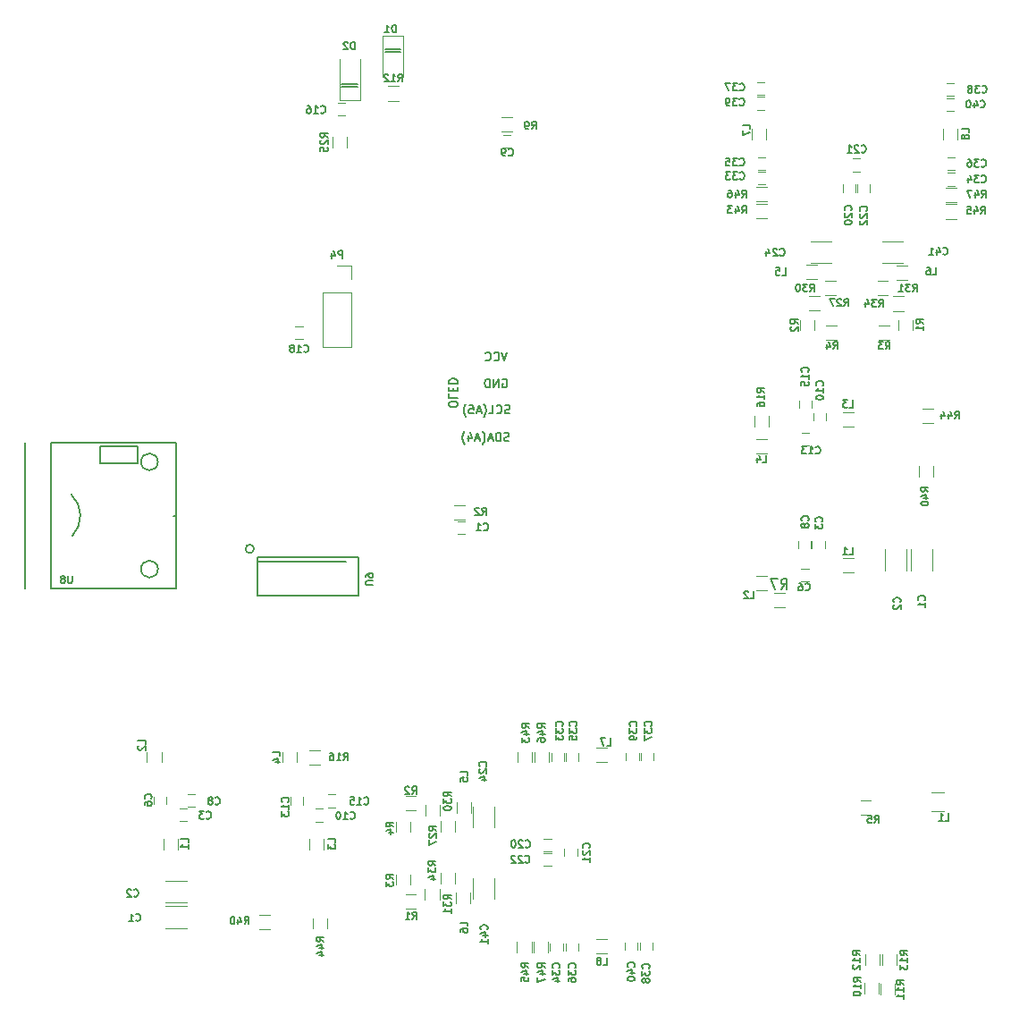
<source format=gbr>
G04 #@! TF.GenerationSoftware,KiCad,Pcbnew,(5.1.5-0-10_14)*
G04 #@! TF.CreationDate,2020-04-08T11:50:53-04:00*
G04 #@! TF.ProjectId,FEA,4645412e-6b69-4636-9164-5f7063625858,rev?*
G04 #@! TF.SameCoordinates,Original*
G04 #@! TF.FileFunction,Legend,Bot*
G04 #@! TF.FilePolarity,Positive*
%FSLAX46Y46*%
G04 Gerber Fmt 4.6, Leading zero omitted, Abs format (unit mm)*
G04 Created by KiCad (PCBNEW (5.1.5-0-10_14)) date 2020-04-08 11:50:53*
%MOMM*%
%LPD*%
G04 APERTURE LIST*
%ADD10C,0.120000*%
%ADD11C,0.150000*%
G04 APERTURE END LIST*
D10*
X112650000Y-115330000D02*
X114650000Y-115330000D01*
X114650000Y-117370000D02*
X112650000Y-117370000D01*
X115450000Y-104700000D02*
X114750000Y-104700000D01*
X114750000Y-105900000D02*
X115450000Y-105900000D01*
X112650000Y-112930000D02*
X114650000Y-112930000D01*
X114650000Y-114970000D02*
X112650000Y-114970000D01*
X114700000Y-106050000D02*
X114000000Y-106050000D01*
X114000000Y-107250000D02*
X114700000Y-107250000D01*
X111580000Y-104980000D02*
X111580000Y-105680000D01*
X112780000Y-105680000D02*
X112780000Y-104980000D01*
X127550000Y-106100000D02*
X126850000Y-106100000D01*
X126850000Y-107300000D02*
X127550000Y-107300000D01*
X124500000Y-105000000D02*
X124500000Y-105700000D01*
X125700000Y-105700000D02*
X125700000Y-105000000D01*
X128050000Y-105950000D02*
X128750000Y-105950000D01*
X128750000Y-104750000D02*
X128050000Y-104750000D01*
X149210000Y-108950000D02*
X148510000Y-108950000D01*
X148510000Y-110150000D02*
X149210000Y-110150000D01*
X150450000Y-109875000D02*
X150450000Y-110575000D01*
X151650000Y-110575000D02*
X151650000Y-109875000D01*
X149200000Y-110300000D02*
X148500000Y-110300000D01*
X148500000Y-111500000D02*
X149200000Y-111500000D01*
X150400000Y-101550000D02*
X150400000Y-100850000D01*
X149200000Y-100850000D02*
X149200000Y-101550000D01*
X150300000Y-119550000D02*
X150300000Y-118850000D01*
X149100000Y-118850000D02*
X149100000Y-119550000D01*
X150600000Y-100850000D02*
X150600000Y-101550000D01*
X151800000Y-101550000D02*
X151800000Y-100850000D01*
X151800000Y-119550000D02*
X151800000Y-118850000D01*
X150600000Y-118850000D02*
X150600000Y-119550000D01*
X157700000Y-100800000D02*
X157700000Y-101500000D01*
X158900000Y-101500000D02*
X158900000Y-100800000D01*
X158800000Y-119450000D02*
X158800000Y-118750000D01*
X157600000Y-118750000D02*
X157600000Y-119450000D01*
X156300000Y-100800000D02*
X156300000Y-101500000D01*
X157500000Y-101500000D02*
X157500000Y-100800000D01*
X156200000Y-118750000D02*
X156200000Y-119450000D01*
X157400000Y-119450000D02*
X157400000Y-118750000D01*
X112450000Y-108930000D02*
X112450000Y-109930000D01*
X113810000Y-109930000D02*
X113810000Y-108930000D01*
X112280000Y-101700000D02*
X112280000Y-100700000D01*
X110920000Y-100700000D02*
X110920000Y-101700000D01*
X126270000Y-108950000D02*
X126270000Y-109950000D01*
X127630000Y-109950000D02*
X127630000Y-108950000D01*
X125080000Y-101700000D02*
X125080000Y-100700000D01*
X123720000Y-100700000D02*
X123720000Y-101700000D01*
X141630000Y-106460000D02*
X141630000Y-105460000D01*
X140270000Y-105460000D02*
X140270000Y-106460000D01*
X140180000Y-114040000D02*
X140180000Y-115040000D01*
X141540000Y-115040000D02*
X141540000Y-114040000D01*
X154500000Y-100320000D02*
X153500000Y-100320000D01*
X153500000Y-101680000D02*
X154500000Y-101680000D01*
X154500000Y-118420000D02*
X153500000Y-118420000D01*
X153500000Y-119780000D02*
X154500000Y-119780000D01*
X136400000Y-114220000D02*
X135400000Y-114220000D01*
X135400000Y-115580000D02*
X136400000Y-115580000D01*
X136400000Y-104870000D02*
X135400000Y-104870000D01*
X135400000Y-106230000D02*
X136400000Y-106230000D01*
X134520000Y-112300000D02*
X134520000Y-113300000D01*
X135880000Y-113300000D02*
X135880000Y-112300000D01*
X135880000Y-108300000D02*
X135880000Y-107300000D01*
X134520000Y-107300000D02*
X134520000Y-108300000D01*
X126290000Y-101880000D02*
X127290000Y-101880000D01*
X127290000Y-100520000D02*
X126290000Y-100520000D01*
X137270000Y-105750000D02*
X137270000Y-106750000D01*
X138630000Y-106750000D02*
X138630000Y-105750000D01*
X140130000Y-108270000D02*
X140130000Y-107270000D01*
X138770000Y-107270000D02*
X138770000Y-108270000D01*
X138740000Y-112200000D02*
X138740000Y-113200000D01*
X140100000Y-113200000D02*
X140100000Y-112200000D01*
X138610000Y-114690000D02*
X138610000Y-113690000D01*
X137250000Y-113690000D02*
X137250000Y-114690000D01*
X121550000Y-117480000D02*
X122550000Y-117480000D01*
X122550000Y-116120000D02*
X121550000Y-116120000D01*
X146020000Y-100700000D02*
X146020000Y-101700000D01*
X147380000Y-101700000D02*
X147380000Y-100700000D01*
X126620000Y-116450000D02*
X126620000Y-117450000D01*
X127980000Y-117450000D02*
X127980000Y-116450000D01*
X145970000Y-118700000D02*
X145970000Y-119700000D01*
X147330000Y-119700000D02*
X147330000Y-118700000D01*
X147620000Y-100700000D02*
X147620000Y-101700000D01*
X148980000Y-101700000D02*
X148980000Y-100700000D01*
X147520000Y-118700000D02*
X147520000Y-119700000D01*
X148880000Y-119700000D02*
X148880000Y-118700000D01*
X143850000Y-105860000D02*
X143850000Y-107860000D01*
X141810000Y-107860000D02*
X141810000Y-105860000D01*
X141790000Y-114640000D02*
X141790000Y-112640000D01*
X143830000Y-112640000D02*
X143830000Y-114640000D01*
X179500000Y-105320000D02*
X178500000Y-105320000D01*
X178500000Y-106680000D02*
X179500000Y-106680000D01*
X180230000Y-123600000D02*
X180230000Y-122600000D01*
X178870000Y-122600000D02*
X178870000Y-123600000D01*
X181780000Y-123650000D02*
X181780000Y-122650000D01*
X180420000Y-122650000D02*
X180420000Y-123650000D01*
X180280000Y-120900000D02*
X180280000Y-119900000D01*
X178920000Y-119900000D02*
X178920000Y-120900000D01*
X180520000Y-119900000D02*
X180520000Y-120900000D01*
X181880000Y-120900000D02*
X181880000Y-119900000D01*
X186400000Y-104520000D02*
X185200000Y-104520000D01*
X185200000Y-106280000D02*
X186400000Y-106280000D01*
D11*
X121450000Y-82675000D02*
X129750000Y-82675000D01*
X121050000Y-81475000D02*
G75*
G03X121050000Y-81475000I-400000J0D01*
G01*
X121350000Y-85875000D02*
X121350000Y-82275000D01*
X121350000Y-82275000D02*
X130950000Y-82275000D01*
X130950000Y-82275000D02*
X130950000Y-85875000D01*
X130950000Y-85875000D02*
X121350000Y-85875000D01*
D10*
X131125000Y-38975000D02*
X131125000Y-35075000D01*
X129125000Y-38975000D02*
X129125000Y-35075000D01*
X131125000Y-38975000D02*
X129125000Y-38975000D01*
D11*
X129375000Y-37725000D02*
X130875000Y-37725000D01*
X130875000Y-37725000D02*
X129375000Y-37725000D01*
X130875000Y-37475000D02*
X129375000Y-37475000D01*
D10*
X130230000Y-62380000D02*
X127570000Y-62380000D01*
X130230000Y-57240000D02*
X130230000Y-62380000D01*
X127570000Y-57240000D02*
X127570000Y-62380000D01*
X130230000Y-57240000D02*
X127570000Y-57240000D01*
X130230000Y-55970000D02*
X130230000Y-54640000D01*
X130230000Y-54640000D02*
X128900000Y-54640000D01*
D11*
X133450000Y-34400000D02*
X134950000Y-34400000D01*
X133450000Y-34150000D02*
X134950000Y-34150000D01*
X134950000Y-34150000D02*
X133450000Y-34150000D01*
D10*
X133200000Y-32900000D02*
X135200000Y-32900000D01*
X135200000Y-32900000D02*
X135200000Y-36800000D01*
X133200000Y-32900000D02*
X133200000Y-36800000D01*
D11*
X110050000Y-71800000D02*
X110050000Y-73400000D01*
X110050000Y-73400000D02*
X106450000Y-73400000D01*
X106450000Y-73400000D02*
X106450000Y-71800000D01*
X106450000Y-71800000D02*
X110050000Y-71800000D01*
X99350000Y-85200000D02*
X99350000Y-71450000D01*
X113650000Y-78350000D02*
X113450000Y-78350000D01*
X103750000Y-76350000D02*
G75*
G02X103850000Y-80250000I-1900000J-2000000D01*
G01*
X111950000Y-73250000D02*
G75*
G03X111950000Y-73250000I-800000J0D01*
G01*
X111951561Y-83400000D02*
G75*
G03X111951561Y-83400000I-801561J0D01*
G01*
X113650000Y-85200000D02*
X113650000Y-71450000D01*
X113650000Y-71450000D02*
X101850000Y-71450000D01*
X101850000Y-71450000D02*
X101850000Y-85200000D01*
X101850000Y-85200000D02*
X113650000Y-85200000D01*
D10*
X140340000Y-80050000D02*
X141040000Y-80050000D01*
X141040000Y-78850000D02*
X140340000Y-78850000D01*
X145325000Y-42275000D02*
X144625000Y-42275000D01*
X144625000Y-43475000D02*
X145325000Y-43475000D01*
X129000000Y-40450000D02*
X129700000Y-40450000D01*
X129700000Y-39250000D02*
X129000000Y-39250000D01*
X124975000Y-61650000D02*
X125675000Y-61650000D01*
X125675000Y-60450000D02*
X124975000Y-60450000D01*
X141040000Y-77330000D02*
X140040000Y-77330000D01*
X140040000Y-78690000D02*
X141040000Y-78690000D01*
X145500000Y-40645000D02*
X144500000Y-40645000D01*
X144500000Y-42005000D02*
X145500000Y-42005000D01*
X134750000Y-37695000D02*
X133750000Y-37695000D01*
X133750000Y-39055000D02*
X134750000Y-39055000D01*
X129855000Y-43475000D02*
X129855000Y-42475000D01*
X128495000Y-42475000D02*
X128495000Y-43475000D01*
X170300000Y-86980000D02*
X171300000Y-86980000D01*
X171300000Y-85620000D02*
X170300000Y-85620000D01*
X173900000Y-80750000D02*
X173900000Y-81450000D01*
X175100000Y-81450000D02*
X175100000Y-80750000D01*
X183230000Y-83550000D02*
X183230000Y-81550000D01*
X185270000Y-81550000D02*
X185270000Y-83550000D01*
X172600000Y-80750000D02*
X172600000Y-81450000D01*
X173800000Y-81450000D02*
X173800000Y-80750000D01*
X180830000Y-83550000D02*
X180830000Y-81550000D01*
X182870000Y-81550000D02*
X182870000Y-83550000D01*
X172880000Y-84600000D02*
X173580000Y-84600000D01*
X173580000Y-83400000D02*
X172880000Y-83400000D01*
X174000000Y-68650000D02*
X174000000Y-69350000D01*
X175200000Y-69350000D02*
X175200000Y-68650000D01*
X172900000Y-71700000D02*
X173600000Y-71700000D01*
X173600000Y-70500000D02*
X172900000Y-70500000D01*
X173850000Y-68150000D02*
X173850000Y-67450000D01*
X172650000Y-67450000D02*
X172650000Y-68150000D01*
X176850000Y-46990000D02*
X176850000Y-47690000D01*
X178050000Y-47690000D02*
X178050000Y-46990000D01*
X177775000Y-45750000D02*
X178475000Y-45750000D01*
X178475000Y-44550000D02*
X177775000Y-44550000D01*
X178200000Y-47000000D02*
X178200000Y-47700000D01*
X179400000Y-47700000D02*
X179400000Y-47000000D01*
X169450000Y-45800000D02*
X168750000Y-45800000D01*
X168750000Y-47000000D02*
X169450000Y-47000000D01*
X187450000Y-45900000D02*
X186750000Y-45900000D01*
X186750000Y-47100000D02*
X187450000Y-47100000D01*
X168750000Y-45600000D02*
X169450000Y-45600000D01*
X169450000Y-44400000D02*
X168750000Y-44400000D01*
X187450000Y-44400000D02*
X186750000Y-44400000D01*
X186750000Y-45600000D02*
X187450000Y-45600000D01*
X168700000Y-38500000D02*
X169400000Y-38500000D01*
X169400000Y-37300000D02*
X168700000Y-37300000D01*
X187350000Y-37400000D02*
X186650000Y-37400000D01*
X186650000Y-38600000D02*
X187350000Y-38600000D01*
X168700000Y-39900000D02*
X169400000Y-39900000D01*
X169400000Y-38700000D02*
X168700000Y-38700000D01*
X186650000Y-40000000D02*
X187350000Y-40000000D01*
X187350000Y-38800000D02*
X186650000Y-38800000D01*
X176830000Y-83750000D02*
X177830000Y-83750000D01*
X177830000Y-82390000D02*
X176830000Y-82390000D01*
X169600000Y-84020000D02*
X168600000Y-84020000D01*
X168600000Y-85380000D02*
X169600000Y-85380000D01*
X176850000Y-69930000D02*
X177850000Y-69930000D01*
X177850000Y-68570000D02*
X176850000Y-68570000D01*
X169600000Y-71120000D02*
X168600000Y-71120000D01*
X168600000Y-72480000D02*
X169600000Y-72480000D01*
X174360000Y-54570000D02*
X173360000Y-54570000D01*
X173360000Y-55930000D02*
X174360000Y-55930000D01*
X181940000Y-56020000D02*
X182940000Y-56020000D01*
X182940000Y-54660000D02*
X181940000Y-54660000D01*
X168220000Y-41700000D02*
X168220000Y-42700000D01*
X169580000Y-42700000D02*
X169580000Y-41700000D01*
X186320000Y-41700000D02*
X186320000Y-42700000D01*
X187680000Y-42700000D02*
X187680000Y-41700000D01*
X182120000Y-59800000D02*
X182120000Y-60800000D01*
X183480000Y-60800000D02*
X183480000Y-59800000D01*
X172770000Y-59800000D02*
X172770000Y-60800000D01*
X174130000Y-60800000D02*
X174130000Y-59800000D01*
X180200000Y-61680000D02*
X181200000Y-61680000D01*
X181200000Y-60320000D02*
X180200000Y-60320000D01*
X176200000Y-60320000D02*
X175200000Y-60320000D01*
X175200000Y-61680000D02*
X176200000Y-61680000D01*
X169780000Y-69910000D02*
X169780000Y-68910000D01*
X168420000Y-68910000D02*
X168420000Y-69910000D01*
X173650000Y-58930000D02*
X174650000Y-58930000D01*
X174650000Y-57570000D02*
X173650000Y-57570000D01*
X176170000Y-56070000D02*
X175170000Y-56070000D01*
X175170000Y-57430000D02*
X176170000Y-57430000D01*
X180100000Y-57460000D02*
X181100000Y-57460000D01*
X181100000Y-56100000D02*
X180100000Y-56100000D01*
X182590000Y-57590000D02*
X181590000Y-57590000D01*
X181590000Y-58950000D02*
X182590000Y-58950000D01*
X185380000Y-74650000D02*
X185380000Y-73650000D01*
X184020000Y-73650000D02*
X184020000Y-74650000D01*
X168600000Y-50180000D02*
X169600000Y-50180000D01*
X169600000Y-48820000D02*
X168600000Y-48820000D01*
X184350000Y-69580000D02*
X185350000Y-69580000D01*
X185350000Y-68220000D02*
X184350000Y-68220000D01*
X186600000Y-50230000D02*
X187600000Y-50230000D01*
X187600000Y-48870000D02*
X186600000Y-48870000D01*
X168600000Y-48580000D02*
X169600000Y-48580000D01*
X169600000Y-47220000D02*
X168600000Y-47220000D01*
X186600000Y-48680000D02*
X187600000Y-48680000D01*
X187600000Y-47320000D02*
X186600000Y-47320000D01*
X173760000Y-52350000D02*
X175760000Y-52350000D01*
X175760000Y-54390000D02*
X173760000Y-54390000D01*
X182540000Y-54410000D02*
X180540000Y-54410000D01*
X180540000Y-52370000D02*
X182540000Y-52370000D01*
D11*
X109866666Y-116650000D02*
X109900000Y-116683333D01*
X110000000Y-116716666D01*
X110066666Y-116716666D01*
X110166666Y-116683333D01*
X110233333Y-116616666D01*
X110266666Y-116550000D01*
X110300000Y-116416666D01*
X110300000Y-116316666D01*
X110266666Y-116183333D01*
X110233333Y-116116666D01*
X110166666Y-116050000D01*
X110066666Y-116016666D01*
X110000000Y-116016666D01*
X109900000Y-116050000D01*
X109866666Y-116083333D01*
X109200000Y-116716666D02*
X109600000Y-116716666D01*
X109400000Y-116716666D02*
X109400000Y-116016666D01*
X109466666Y-116116666D01*
X109533333Y-116183333D01*
X109600000Y-116216666D01*
X117391666Y-105625000D02*
X117425000Y-105658333D01*
X117525000Y-105691666D01*
X117591666Y-105691666D01*
X117691666Y-105658333D01*
X117758333Y-105591666D01*
X117791666Y-105525000D01*
X117825000Y-105391666D01*
X117825000Y-105291666D01*
X117791666Y-105158333D01*
X117758333Y-105091666D01*
X117691666Y-105025000D01*
X117591666Y-104991666D01*
X117525000Y-104991666D01*
X117425000Y-105025000D01*
X117391666Y-105058333D01*
X116991666Y-105291666D02*
X117058333Y-105258333D01*
X117091666Y-105225000D01*
X117125000Y-105158333D01*
X117125000Y-105125000D01*
X117091666Y-105058333D01*
X117058333Y-105025000D01*
X116991666Y-104991666D01*
X116858333Y-104991666D01*
X116791666Y-105025000D01*
X116758333Y-105058333D01*
X116725000Y-105125000D01*
X116725000Y-105158333D01*
X116758333Y-105225000D01*
X116791666Y-105258333D01*
X116858333Y-105291666D01*
X116991666Y-105291666D01*
X117058333Y-105325000D01*
X117091666Y-105358333D01*
X117125000Y-105425000D01*
X117125000Y-105558333D01*
X117091666Y-105625000D01*
X117058333Y-105658333D01*
X116991666Y-105691666D01*
X116858333Y-105691666D01*
X116791666Y-105658333D01*
X116758333Y-105625000D01*
X116725000Y-105558333D01*
X116725000Y-105425000D01*
X116758333Y-105358333D01*
X116791666Y-105325000D01*
X116858333Y-105291666D01*
X109666666Y-114350000D02*
X109700000Y-114383333D01*
X109800000Y-114416666D01*
X109866666Y-114416666D01*
X109966666Y-114383333D01*
X110033333Y-114316666D01*
X110066666Y-114250000D01*
X110100000Y-114116666D01*
X110100000Y-114016666D01*
X110066666Y-113883333D01*
X110033333Y-113816666D01*
X109966666Y-113750000D01*
X109866666Y-113716666D01*
X109800000Y-113716666D01*
X109700000Y-113750000D01*
X109666666Y-113783333D01*
X109400000Y-113783333D02*
X109366666Y-113750000D01*
X109300000Y-113716666D01*
X109133333Y-113716666D01*
X109066666Y-113750000D01*
X109033333Y-113783333D01*
X109000000Y-113850000D01*
X109000000Y-113916666D01*
X109033333Y-114016666D01*
X109433333Y-114416666D01*
X109000000Y-114416666D01*
X116541666Y-106975000D02*
X116575000Y-107008333D01*
X116675000Y-107041666D01*
X116741666Y-107041666D01*
X116841666Y-107008333D01*
X116908333Y-106941666D01*
X116941666Y-106875000D01*
X116975000Y-106741666D01*
X116975000Y-106641666D01*
X116941666Y-106508333D01*
X116908333Y-106441666D01*
X116841666Y-106375000D01*
X116741666Y-106341666D01*
X116675000Y-106341666D01*
X116575000Y-106375000D01*
X116541666Y-106408333D01*
X116308333Y-106341666D02*
X115875000Y-106341666D01*
X116108333Y-106608333D01*
X116008333Y-106608333D01*
X115941666Y-106641666D01*
X115908333Y-106675000D01*
X115875000Y-106741666D01*
X115875000Y-106908333D01*
X115908333Y-106975000D01*
X115941666Y-107008333D01*
X116008333Y-107041666D01*
X116208333Y-107041666D01*
X116275000Y-107008333D01*
X116308333Y-106975000D01*
X111305000Y-105138333D02*
X111338333Y-105105000D01*
X111371666Y-105005000D01*
X111371666Y-104938333D01*
X111338333Y-104838333D01*
X111271666Y-104771666D01*
X111205000Y-104738333D01*
X111071666Y-104705000D01*
X110971666Y-104705000D01*
X110838333Y-104738333D01*
X110771666Y-104771666D01*
X110705000Y-104838333D01*
X110671666Y-104938333D01*
X110671666Y-105005000D01*
X110705000Y-105105000D01*
X110738333Y-105138333D01*
X110671666Y-105738333D02*
X110671666Y-105605000D01*
X110705000Y-105538333D01*
X110738333Y-105505000D01*
X110838333Y-105438333D01*
X110971666Y-105405000D01*
X111238333Y-105405000D01*
X111305000Y-105438333D01*
X111338333Y-105471666D01*
X111371666Y-105538333D01*
X111371666Y-105671666D01*
X111338333Y-105738333D01*
X111305000Y-105771666D01*
X111238333Y-105805000D01*
X111071666Y-105805000D01*
X111005000Y-105771666D01*
X110971666Y-105738333D01*
X110938333Y-105671666D01*
X110938333Y-105538333D01*
X110971666Y-105471666D01*
X111005000Y-105438333D01*
X111071666Y-105405000D01*
X130175000Y-107000000D02*
X130208333Y-107033333D01*
X130308333Y-107066666D01*
X130375000Y-107066666D01*
X130475000Y-107033333D01*
X130541666Y-106966666D01*
X130575000Y-106900000D01*
X130608333Y-106766666D01*
X130608333Y-106666666D01*
X130575000Y-106533333D01*
X130541666Y-106466666D01*
X130475000Y-106400000D01*
X130375000Y-106366666D01*
X130308333Y-106366666D01*
X130208333Y-106400000D01*
X130175000Y-106433333D01*
X129508333Y-107066666D02*
X129908333Y-107066666D01*
X129708333Y-107066666D02*
X129708333Y-106366666D01*
X129775000Y-106466666D01*
X129841666Y-106533333D01*
X129908333Y-106566666D01*
X129075000Y-106366666D02*
X129008333Y-106366666D01*
X128941666Y-106400000D01*
X128908333Y-106433333D01*
X128875000Y-106500000D01*
X128841666Y-106633333D01*
X128841666Y-106800000D01*
X128875000Y-106933333D01*
X128908333Y-107000000D01*
X128941666Y-107033333D01*
X129008333Y-107066666D01*
X129075000Y-107066666D01*
X129141666Y-107033333D01*
X129175000Y-107000000D01*
X129208333Y-106933333D01*
X129241666Y-106800000D01*
X129241666Y-106633333D01*
X129208333Y-106500000D01*
X129175000Y-106433333D01*
X129141666Y-106400000D01*
X129075000Y-106366666D01*
X124275000Y-105450000D02*
X124308333Y-105416666D01*
X124341666Y-105316666D01*
X124341666Y-105250000D01*
X124308333Y-105150000D01*
X124241666Y-105083333D01*
X124175000Y-105050000D01*
X124041666Y-105016666D01*
X123941666Y-105016666D01*
X123808333Y-105050000D01*
X123741666Y-105083333D01*
X123675000Y-105150000D01*
X123641666Y-105250000D01*
X123641666Y-105316666D01*
X123675000Y-105416666D01*
X123708333Y-105450000D01*
X124341666Y-106116666D02*
X124341666Y-105716666D01*
X124341666Y-105916666D02*
X123641666Y-105916666D01*
X123741666Y-105850000D01*
X123808333Y-105783333D01*
X123841666Y-105716666D01*
X123641666Y-106350000D02*
X123641666Y-106783333D01*
X123908333Y-106550000D01*
X123908333Y-106650000D01*
X123941666Y-106716666D01*
X123975000Y-106750000D01*
X124041666Y-106783333D01*
X124208333Y-106783333D01*
X124275000Y-106750000D01*
X124308333Y-106716666D01*
X124341666Y-106650000D01*
X124341666Y-106450000D01*
X124308333Y-106383333D01*
X124275000Y-106350000D01*
X131475000Y-105625000D02*
X131508333Y-105658333D01*
X131608333Y-105691666D01*
X131675000Y-105691666D01*
X131775000Y-105658333D01*
X131841666Y-105591666D01*
X131875000Y-105525000D01*
X131908333Y-105391666D01*
X131908333Y-105291666D01*
X131875000Y-105158333D01*
X131841666Y-105091666D01*
X131775000Y-105025000D01*
X131675000Y-104991666D01*
X131608333Y-104991666D01*
X131508333Y-105025000D01*
X131475000Y-105058333D01*
X130808333Y-105691666D02*
X131208333Y-105691666D01*
X131008333Y-105691666D02*
X131008333Y-104991666D01*
X131075000Y-105091666D01*
X131141666Y-105158333D01*
X131208333Y-105191666D01*
X130175000Y-104991666D02*
X130508333Y-104991666D01*
X130541666Y-105325000D01*
X130508333Y-105291666D01*
X130441666Y-105258333D01*
X130275000Y-105258333D01*
X130208333Y-105291666D01*
X130175000Y-105325000D01*
X130141666Y-105391666D01*
X130141666Y-105558333D01*
X130175000Y-105625000D01*
X130208333Y-105658333D01*
X130275000Y-105691666D01*
X130441666Y-105691666D01*
X130508333Y-105658333D01*
X130541666Y-105625000D01*
X146760000Y-109700000D02*
X146793333Y-109733333D01*
X146893333Y-109766666D01*
X146960000Y-109766666D01*
X147060000Y-109733333D01*
X147126666Y-109666666D01*
X147160000Y-109600000D01*
X147193333Y-109466666D01*
X147193333Y-109366666D01*
X147160000Y-109233333D01*
X147126666Y-109166666D01*
X147060000Y-109100000D01*
X146960000Y-109066666D01*
X146893333Y-109066666D01*
X146793333Y-109100000D01*
X146760000Y-109133333D01*
X146493333Y-109133333D02*
X146460000Y-109100000D01*
X146393333Y-109066666D01*
X146226666Y-109066666D01*
X146160000Y-109100000D01*
X146126666Y-109133333D01*
X146093333Y-109200000D01*
X146093333Y-109266666D01*
X146126666Y-109366666D01*
X146526666Y-109766666D01*
X146093333Y-109766666D01*
X145660000Y-109066666D02*
X145593333Y-109066666D01*
X145526666Y-109100000D01*
X145493333Y-109133333D01*
X145460000Y-109200000D01*
X145426666Y-109333333D01*
X145426666Y-109500000D01*
X145460000Y-109633333D01*
X145493333Y-109700000D01*
X145526666Y-109733333D01*
X145593333Y-109766666D01*
X145660000Y-109766666D01*
X145726666Y-109733333D01*
X145760000Y-109700000D01*
X145793333Y-109633333D01*
X145826666Y-109500000D01*
X145826666Y-109333333D01*
X145793333Y-109200000D01*
X145760000Y-109133333D01*
X145726666Y-109100000D01*
X145660000Y-109066666D01*
X152800000Y-109775000D02*
X152833333Y-109741666D01*
X152866666Y-109641666D01*
X152866666Y-109575000D01*
X152833333Y-109475000D01*
X152766666Y-109408333D01*
X152700000Y-109375000D01*
X152566666Y-109341666D01*
X152466666Y-109341666D01*
X152333333Y-109375000D01*
X152266666Y-109408333D01*
X152200000Y-109475000D01*
X152166666Y-109575000D01*
X152166666Y-109641666D01*
X152200000Y-109741666D01*
X152233333Y-109775000D01*
X152233333Y-110041666D02*
X152200000Y-110075000D01*
X152166666Y-110141666D01*
X152166666Y-110308333D01*
X152200000Y-110375000D01*
X152233333Y-110408333D01*
X152300000Y-110441666D01*
X152366666Y-110441666D01*
X152466666Y-110408333D01*
X152866666Y-110008333D01*
X152866666Y-110441666D01*
X152866666Y-111108333D02*
X152866666Y-110708333D01*
X152866666Y-110908333D02*
X152166666Y-110908333D01*
X152266666Y-110841666D01*
X152333333Y-110775000D01*
X152366666Y-110708333D01*
X146725000Y-111150000D02*
X146758333Y-111183333D01*
X146858333Y-111216666D01*
X146925000Y-111216666D01*
X147025000Y-111183333D01*
X147091666Y-111116666D01*
X147125000Y-111050000D01*
X147158333Y-110916666D01*
X147158333Y-110816666D01*
X147125000Y-110683333D01*
X147091666Y-110616666D01*
X147025000Y-110550000D01*
X146925000Y-110516666D01*
X146858333Y-110516666D01*
X146758333Y-110550000D01*
X146725000Y-110583333D01*
X146458333Y-110583333D02*
X146425000Y-110550000D01*
X146358333Y-110516666D01*
X146191666Y-110516666D01*
X146125000Y-110550000D01*
X146091666Y-110583333D01*
X146058333Y-110650000D01*
X146058333Y-110716666D01*
X146091666Y-110816666D01*
X146491666Y-111216666D01*
X146058333Y-111216666D01*
X145791666Y-110583333D02*
X145758333Y-110550000D01*
X145691666Y-110516666D01*
X145525000Y-110516666D01*
X145458333Y-110550000D01*
X145425000Y-110583333D01*
X145391666Y-110650000D01*
X145391666Y-110716666D01*
X145425000Y-110816666D01*
X145825000Y-111216666D01*
X145391666Y-111216666D01*
X150250000Y-98250000D02*
X150283333Y-98216666D01*
X150316666Y-98116666D01*
X150316666Y-98050000D01*
X150283333Y-97950000D01*
X150216666Y-97883333D01*
X150150000Y-97850000D01*
X150016666Y-97816666D01*
X149916666Y-97816666D01*
X149783333Y-97850000D01*
X149716666Y-97883333D01*
X149650000Y-97950000D01*
X149616666Y-98050000D01*
X149616666Y-98116666D01*
X149650000Y-98216666D01*
X149683333Y-98250000D01*
X149616666Y-98483333D02*
X149616666Y-98916666D01*
X149883333Y-98683333D01*
X149883333Y-98783333D01*
X149916666Y-98850000D01*
X149950000Y-98883333D01*
X150016666Y-98916666D01*
X150183333Y-98916666D01*
X150250000Y-98883333D01*
X150283333Y-98850000D01*
X150316666Y-98783333D01*
X150316666Y-98583333D01*
X150283333Y-98516666D01*
X150250000Y-98483333D01*
X149616666Y-99150000D02*
X149616666Y-99583333D01*
X149883333Y-99350000D01*
X149883333Y-99450000D01*
X149916666Y-99516666D01*
X149950000Y-99550000D01*
X150016666Y-99583333D01*
X150183333Y-99583333D01*
X150250000Y-99550000D01*
X150283333Y-99516666D01*
X150316666Y-99450000D01*
X150316666Y-99250000D01*
X150283333Y-99183333D01*
X150250000Y-99150000D01*
X149950000Y-121150000D02*
X149983333Y-121116666D01*
X150016666Y-121016666D01*
X150016666Y-120950000D01*
X149983333Y-120850000D01*
X149916666Y-120783333D01*
X149850000Y-120750000D01*
X149716666Y-120716666D01*
X149616666Y-120716666D01*
X149483333Y-120750000D01*
X149416666Y-120783333D01*
X149350000Y-120850000D01*
X149316666Y-120950000D01*
X149316666Y-121016666D01*
X149350000Y-121116666D01*
X149383333Y-121150000D01*
X149316666Y-121383333D02*
X149316666Y-121816666D01*
X149583333Y-121583333D01*
X149583333Y-121683333D01*
X149616666Y-121750000D01*
X149650000Y-121783333D01*
X149716666Y-121816666D01*
X149883333Y-121816666D01*
X149950000Y-121783333D01*
X149983333Y-121750000D01*
X150016666Y-121683333D01*
X150016666Y-121483333D01*
X149983333Y-121416666D01*
X149950000Y-121383333D01*
X149550000Y-122416666D02*
X150016666Y-122416666D01*
X149283333Y-122250000D02*
X149783333Y-122083333D01*
X149783333Y-122516666D01*
X151550000Y-98250000D02*
X151583333Y-98216666D01*
X151616666Y-98116666D01*
X151616666Y-98050000D01*
X151583333Y-97950000D01*
X151516666Y-97883333D01*
X151450000Y-97850000D01*
X151316666Y-97816666D01*
X151216666Y-97816666D01*
X151083333Y-97850000D01*
X151016666Y-97883333D01*
X150950000Y-97950000D01*
X150916666Y-98050000D01*
X150916666Y-98116666D01*
X150950000Y-98216666D01*
X150983333Y-98250000D01*
X150916666Y-98483333D02*
X150916666Y-98916666D01*
X151183333Y-98683333D01*
X151183333Y-98783333D01*
X151216666Y-98850000D01*
X151250000Y-98883333D01*
X151316666Y-98916666D01*
X151483333Y-98916666D01*
X151550000Y-98883333D01*
X151583333Y-98850000D01*
X151616666Y-98783333D01*
X151616666Y-98583333D01*
X151583333Y-98516666D01*
X151550000Y-98483333D01*
X150916666Y-99550000D02*
X150916666Y-99216666D01*
X151250000Y-99183333D01*
X151216666Y-99216666D01*
X151183333Y-99283333D01*
X151183333Y-99450000D01*
X151216666Y-99516666D01*
X151250000Y-99550000D01*
X151316666Y-99583333D01*
X151483333Y-99583333D01*
X151550000Y-99550000D01*
X151583333Y-99516666D01*
X151616666Y-99450000D01*
X151616666Y-99283333D01*
X151583333Y-99216666D01*
X151550000Y-99183333D01*
X151450000Y-121150000D02*
X151483333Y-121116666D01*
X151516666Y-121016666D01*
X151516666Y-120950000D01*
X151483333Y-120850000D01*
X151416666Y-120783333D01*
X151350000Y-120750000D01*
X151216666Y-120716666D01*
X151116666Y-120716666D01*
X150983333Y-120750000D01*
X150916666Y-120783333D01*
X150850000Y-120850000D01*
X150816666Y-120950000D01*
X150816666Y-121016666D01*
X150850000Y-121116666D01*
X150883333Y-121150000D01*
X150816666Y-121383333D02*
X150816666Y-121816666D01*
X151083333Y-121583333D01*
X151083333Y-121683333D01*
X151116666Y-121750000D01*
X151150000Y-121783333D01*
X151216666Y-121816666D01*
X151383333Y-121816666D01*
X151450000Y-121783333D01*
X151483333Y-121750000D01*
X151516666Y-121683333D01*
X151516666Y-121483333D01*
X151483333Y-121416666D01*
X151450000Y-121383333D01*
X150816666Y-122416666D02*
X150816666Y-122283333D01*
X150850000Y-122216666D01*
X150883333Y-122183333D01*
X150983333Y-122116666D01*
X151116666Y-122083333D01*
X151383333Y-122083333D01*
X151450000Y-122116666D01*
X151483333Y-122150000D01*
X151516666Y-122216666D01*
X151516666Y-122350000D01*
X151483333Y-122416666D01*
X151450000Y-122450000D01*
X151383333Y-122483333D01*
X151216666Y-122483333D01*
X151150000Y-122450000D01*
X151116666Y-122416666D01*
X151083333Y-122350000D01*
X151083333Y-122216666D01*
X151116666Y-122150000D01*
X151150000Y-122116666D01*
X151216666Y-122083333D01*
X158650000Y-98250000D02*
X158683333Y-98216666D01*
X158716666Y-98116666D01*
X158716666Y-98050000D01*
X158683333Y-97950000D01*
X158616666Y-97883333D01*
X158550000Y-97850000D01*
X158416666Y-97816666D01*
X158316666Y-97816666D01*
X158183333Y-97850000D01*
X158116666Y-97883333D01*
X158050000Y-97950000D01*
X158016666Y-98050000D01*
X158016666Y-98116666D01*
X158050000Y-98216666D01*
X158083333Y-98250000D01*
X158016666Y-98483333D02*
X158016666Y-98916666D01*
X158283333Y-98683333D01*
X158283333Y-98783333D01*
X158316666Y-98850000D01*
X158350000Y-98883333D01*
X158416666Y-98916666D01*
X158583333Y-98916666D01*
X158650000Y-98883333D01*
X158683333Y-98850000D01*
X158716666Y-98783333D01*
X158716666Y-98583333D01*
X158683333Y-98516666D01*
X158650000Y-98483333D01*
X158016666Y-99150000D02*
X158016666Y-99616666D01*
X158716666Y-99316666D01*
X158450000Y-121200000D02*
X158483333Y-121166666D01*
X158516666Y-121066666D01*
X158516666Y-121000000D01*
X158483333Y-120900000D01*
X158416666Y-120833333D01*
X158350000Y-120800000D01*
X158216666Y-120766666D01*
X158116666Y-120766666D01*
X157983333Y-120800000D01*
X157916666Y-120833333D01*
X157850000Y-120900000D01*
X157816666Y-121000000D01*
X157816666Y-121066666D01*
X157850000Y-121166666D01*
X157883333Y-121200000D01*
X157816666Y-121433333D02*
X157816666Y-121866666D01*
X158083333Y-121633333D01*
X158083333Y-121733333D01*
X158116666Y-121800000D01*
X158150000Y-121833333D01*
X158216666Y-121866666D01*
X158383333Y-121866666D01*
X158450000Y-121833333D01*
X158483333Y-121800000D01*
X158516666Y-121733333D01*
X158516666Y-121533333D01*
X158483333Y-121466666D01*
X158450000Y-121433333D01*
X158116666Y-122266666D02*
X158083333Y-122200000D01*
X158050000Y-122166666D01*
X157983333Y-122133333D01*
X157950000Y-122133333D01*
X157883333Y-122166666D01*
X157850000Y-122200000D01*
X157816666Y-122266666D01*
X157816666Y-122400000D01*
X157850000Y-122466666D01*
X157883333Y-122500000D01*
X157950000Y-122533333D01*
X157983333Y-122533333D01*
X158050000Y-122500000D01*
X158083333Y-122466666D01*
X158116666Y-122400000D01*
X158116666Y-122266666D01*
X158150000Y-122200000D01*
X158183333Y-122166666D01*
X158250000Y-122133333D01*
X158383333Y-122133333D01*
X158450000Y-122166666D01*
X158483333Y-122200000D01*
X158516666Y-122266666D01*
X158516666Y-122400000D01*
X158483333Y-122466666D01*
X158450000Y-122500000D01*
X158383333Y-122533333D01*
X158250000Y-122533333D01*
X158183333Y-122500000D01*
X158150000Y-122466666D01*
X158116666Y-122400000D01*
X157250000Y-98250000D02*
X157283333Y-98216666D01*
X157316666Y-98116666D01*
X157316666Y-98050000D01*
X157283333Y-97950000D01*
X157216666Y-97883333D01*
X157150000Y-97850000D01*
X157016666Y-97816666D01*
X156916666Y-97816666D01*
X156783333Y-97850000D01*
X156716666Y-97883333D01*
X156650000Y-97950000D01*
X156616666Y-98050000D01*
X156616666Y-98116666D01*
X156650000Y-98216666D01*
X156683333Y-98250000D01*
X156616666Y-98483333D02*
X156616666Y-98916666D01*
X156883333Y-98683333D01*
X156883333Y-98783333D01*
X156916666Y-98850000D01*
X156950000Y-98883333D01*
X157016666Y-98916666D01*
X157183333Y-98916666D01*
X157250000Y-98883333D01*
X157283333Y-98850000D01*
X157316666Y-98783333D01*
X157316666Y-98583333D01*
X157283333Y-98516666D01*
X157250000Y-98483333D01*
X157316666Y-99250000D02*
X157316666Y-99383333D01*
X157283333Y-99450000D01*
X157250000Y-99483333D01*
X157150000Y-99550000D01*
X157016666Y-99583333D01*
X156750000Y-99583333D01*
X156683333Y-99550000D01*
X156650000Y-99516666D01*
X156616666Y-99450000D01*
X156616666Y-99316666D01*
X156650000Y-99250000D01*
X156683333Y-99216666D01*
X156750000Y-99183333D01*
X156916666Y-99183333D01*
X156983333Y-99216666D01*
X157016666Y-99250000D01*
X157050000Y-99316666D01*
X157050000Y-99450000D01*
X157016666Y-99516666D01*
X156983333Y-99550000D01*
X156916666Y-99583333D01*
X157050000Y-121050000D02*
X157083333Y-121016666D01*
X157116666Y-120916666D01*
X157116666Y-120850000D01*
X157083333Y-120750000D01*
X157016666Y-120683333D01*
X156950000Y-120650000D01*
X156816666Y-120616666D01*
X156716666Y-120616666D01*
X156583333Y-120650000D01*
X156516666Y-120683333D01*
X156450000Y-120750000D01*
X156416666Y-120850000D01*
X156416666Y-120916666D01*
X156450000Y-121016666D01*
X156483333Y-121050000D01*
X156650000Y-121650000D02*
X157116666Y-121650000D01*
X156383333Y-121483333D02*
X156883333Y-121316666D01*
X156883333Y-121750000D01*
X156416666Y-122150000D02*
X156416666Y-122216666D01*
X156450000Y-122283333D01*
X156483333Y-122316666D01*
X156550000Y-122350000D01*
X156683333Y-122383333D01*
X156850000Y-122383333D01*
X156983333Y-122350000D01*
X157050000Y-122316666D01*
X157083333Y-122283333D01*
X157116666Y-122216666D01*
X157116666Y-122150000D01*
X157083333Y-122083333D01*
X157050000Y-122050000D01*
X156983333Y-122016666D01*
X156850000Y-121983333D01*
X156683333Y-121983333D01*
X156550000Y-122016666D01*
X156483333Y-122050000D01*
X156450000Y-122083333D01*
X156416666Y-122150000D01*
X114821666Y-109288333D02*
X114821666Y-108955000D01*
X114121666Y-108955000D01*
X114821666Y-109888333D02*
X114821666Y-109488333D01*
X114821666Y-109688333D02*
X114121666Y-109688333D01*
X114221666Y-109621666D01*
X114288333Y-109555000D01*
X114321666Y-109488333D01*
X110766666Y-99933333D02*
X110766666Y-99600000D01*
X110066666Y-99600000D01*
X110133333Y-100133333D02*
X110100000Y-100166666D01*
X110066666Y-100233333D01*
X110066666Y-100400000D01*
X110100000Y-100466666D01*
X110133333Y-100500000D01*
X110200000Y-100533333D01*
X110266666Y-100533333D01*
X110366666Y-100500000D01*
X110766666Y-100100000D01*
X110766666Y-100533333D01*
X128741666Y-109308333D02*
X128741666Y-108975000D01*
X128041666Y-108975000D01*
X128041666Y-109475000D02*
X128041666Y-109908333D01*
X128308333Y-109675000D01*
X128308333Y-109775000D01*
X128341666Y-109841666D01*
X128375000Y-109875000D01*
X128441666Y-109908333D01*
X128608333Y-109908333D01*
X128675000Y-109875000D01*
X128708333Y-109841666D01*
X128741666Y-109775000D01*
X128741666Y-109575000D01*
X128708333Y-109508333D01*
X128675000Y-109475000D01*
X123516666Y-101103333D02*
X123516666Y-100770000D01*
X122816666Y-100770000D01*
X123050000Y-101636666D02*
X123516666Y-101636666D01*
X122783333Y-101470000D02*
X123283333Y-101303333D01*
X123283333Y-101736666D01*
X141266666Y-102923333D02*
X141266666Y-102590000D01*
X140566666Y-102590000D01*
X140566666Y-103490000D02*
X140566666Y-103156666D01*
X140900000Y-103123333D01*
X140866666Y-103156666D01*
X140833333Y-103223333D01*
X140833333Y-103390000D01*
X140866666Y-103456666D01*
X140900000Y-103490000D01*
X140966666Y-103523333D01*
X141133333Y-103523333D01*
X141200000Y-103490000D01*
X141233333Y-103456666D01*
X141266666Y-103390000D01*
X141266666Y-103223333D01*
X141233333Y-103156666D01*
X141200000Y-103123333D01*
X141286666Y-117193333D02*
X141286666Y-116860000D01*
X140586666Y-116860000D01*
X140586666Y-117726666D02*
X140586666Y-117593333D01*
X140620000Y-117526666D01*
X140653333Y-117493333D01*
X140753333Y-117426666D01*
X140886666Y-117393333D01*
X141153333Y-117393333D01*
X141220000Y-117426666D01*
X141253333Y-117460000D01*
X141286666Y-117526666D01*
X141286666Y-117660000D01*
X141253333Y-117726666D01*
X141220000Y-117760000D01*
X141153333Y-117793333D01*
X140986666Y-117793333D01*
X140920000Y-117760000D01*
X140886666Y-117726666D01*
X140853333Y-117660000D01*
X140853333Y-117526666D01*
X140886666Y-117460000D01*
X140920000Y-117426666D01*
X140986666Y-117393333D01*
X154516666Y-100116666D02*
X154850000Y-100116666D01*
X154850000Y-99416666D01*
X154350000Y-99416666D02*
X153883333Y-99416666D01*
X154183333Y-100116666D01*
X154116666Y-120866666D02*
X154450000Y-120866666D01*
X154450000Y-120166666D01*
X153783333Y-120466666D02*
X153850000Y-120433333D01*
X153883333Y-120400000D01*
X153916666Y-120333333D01*
X153916666Y-120300000D01*
X153883333Y-120233333D01*
X153850000Y-120200000D01*
X153783333Y-120166666D01*
X153650000Y-120166666D01*
X153583333Y-120200000D01*
X153550000Y-120233333D01*
X153516666Y-120300000D01*
X153516666Y-120333333D01*
X153550000Y-120400000D01*
X153583333Y-120433333D01*
X153650000Y-120466666D01*
X153783333Y-120466666D01*
X153850000Y-120500000D01*
X153883333Y-120533333D01*
X153916666Y-120600000D01*
X153916666Y-120733333D01*
X153883333Y-120800000D01*
X153850000Y-120833333D01*
X153783333Y-120866666D01*
X153650000Y-120866666D01*
X153583333Y-120833333D01*
X153550000Y-120800000D01*
X153516666Y-120733333D01*
X153516666Y-120600000D01*
X153550000Y-120533333D01*
X153583333Y-120500000D01*
X153650000Y-120466666D01*
X136066666Y-116546666D02*
X136300000Y-116213333D01*
X136466666Y-116546666D02*
X136466666Y-115846666D01*
X136200000Y-115846666D01*
X136133333Y-115880000D01*
X136100000Y-115913333D01*
X136066666Y-115980000D01*
X136066666Y-116080000D01*
X136100000Y-116146666D01*
X136133333Y-116180000D01*
X136200000Y-116213333D01*
X136466666Y-116213333D01*
X135400000Y-116546666D02*
X135800000Y-116546666D01*
X135600000Y-116546666D02*
X135600000Y-115846666D01*
X135666666Y-115946666D01*
X135733333Y-116013333D01*
X135800000Y-116046666D01*
X136016666Y-104666666D02*
X136250000Y-104333333D01*
X136416666Y-104666666D02*
X136416666Y-103966666D01*
X136150000Y-103966666D01*
X136083333Y-104000000D01*
X136050000Y-104033333D01*
X136016666Y-104100000D01*
X136016666Y-104200000D01*
X136050000Y-104266666D01*
X136083333Y-104300000D01*
X136150000Y-104333333D01*
X136416666Y-104333333D01*
X135750000Y-104033333D02*
X135716666Y-104000000D01*
X135650000Y-103966666D01*
X135483333Y-103966666D01*
X135416666Y-104000000D01*
X135383333Y-104033333D01*
X135350000Y-104100000D01*
X135350000Y-104166666D01*
X135383333Y-104266666D01*
X135783333Y-104666666D01*
X135350000Y-104666666D01*
X134246666Y-112733333D02*
X133913333Y-112500000D01*
X134246666Y-112333333D02*
X133546666Y-112333333D01*
X133546666Y-112600000D01*
X133580000Y-112666666D01*
X133613333Y-112700000D01*
X133680000Y-112733333D01*
X133780000Y-112733333D01*
X133846666Y-112700000D01*
X133880000Y-112666666D01*
X133913333Y-112600000D01*
X133913333Y-112333333D01*
X133546666Y-112966666D02*
X133546666Y-113400000D01*
X133813333Y-113166666D01*
X133813333Y-113266666D01*
X133846666Y-113333333D01*
X133880000Y-113366666D01*
X133946666Y-113400000D01*
X134113333Y-113400000D01*
X134180000Y-113366666D01*
X134213333Y-113333333D01*
X134246666Y-113266666D01*
X134246666Y-113066666D01*
X134213333Y-113000000D01*
X134180000Y-112966666D01*
X134266666Y-107783333D02*
X133933333Y-107550000D01*
X134266666Y-107383333D02*
X133566666Y-107383333D01*
X133566666Y-107650000D01*
X133600000Y-107716666D01*
X133633333Y-107750000D01*
X133700000Y-107783333D01*
X133800000Y-107783333D01*
X133866666Y-107750000D01*
X133900000Y-107716666D01*
X133933333Y-107650000D01*
X133933333Y-107383333D01*
X133800000Y-108383333D02*
X134266666Y-108383333D01*
X133533333Y-108216666D02*
X134033333Y-108050000D01*
X134033333Y-108483333D01*
X129540000Y-101491666D02*
X129773333Y-101158333D01*
X129940000Y-101491666D02*
X129940000Y-100791666D01*
X129673333Y-100791666D01*
X129606666Y-100825000D01*
X129573333Y-100858333D01*
X129540000Y-100925000D01*
X129540000Y-101025000D01*
X129573333Y-101091666D01*
X129606666Y-101125000D01*
X129673333Y-101158333D01*
X129940000Y-101158333D01*
X128873333Y-101491666D02*
X129273333Y-101491666D01*
X129073333Y-101491666D02*
X129073333Y-100791666D01*
X129140000Y-100891666D01*
X129206666Y-100958333D01*
X129273333Y-100991666D01*
X128273333Y-100791666D02*
X128406666Y-100791666D01*
X128473333Y-100825000D01*
X128506666Y-100858333D01*
X128573333Y-100958333D01*
X128606666Y-101091666D01*
X128606666Y-101358333D01*
X128573333Y-101425000D01*
X128540000Y-101458333D01*
X128473333Y-101491666D01*
X128340000Y-101491666D01*
X128273333Y-101458333D01*
X128240000Y-101425000D01*
X128206666Y-101358333D01*
X128206666Y-101191666D01*
X128240000Y-101125000D01*
X128273333Y-101091666D01*
X128340000Y-101058333D01*
X128473333Y-101058333D01*
X128540000Y-101091666D01*
X128573333Y-101125000D01*
X128606666Y-101191666D01*
X138316666Y-108150000D02*
X137983333Y-107916666D01*
X138316666Y-107750000D02*
X137616666Y-107750000D01*
X137616666Y-108016666D01*
X137650000Y-108083333D01*
X137683333Y-108116666D01*
X137750000Y-108150000D01*
X137850000Y-108150000D01*
X137916666Y-108116666D01*
X137950000Y-108083333D01*
X137983333Y-108016666D01*
X137983333Y-107750000D01*
X137683333Y-108416666D02*
X137650000Y-108450000D01*
X137616666Y-108516666D01*
X137616666Y-108683333D01*
X137650000Y-108750000D01*
X137683333Y-108783333D01*
X137750000Y-108816666D01*
X137816666Y-108816666D01*
X137916666Y-108783333D01*
X138316666Y-108383333D01*
X138316666Y-108816666D01*
X137616666Y-109050000D02*
X137616666Y-109516666D01*
X138316666Y-109216666D01*
X139716666Y-104900000D02*
X139383333Y-104666666D01*
X139716666Y-104500000D02*
X139016666Y-104500000D01*
X139016666Y-104766666D01*
X139050000Y-104833333D01*
X139083333Y-104866666D01*
X139150000Y-104900000D01*
X139250000Y-104900000D01*
X139316666Y-104866666D01*
X139350000Y-104833333D01*
X139383333Y-104766666D01*
X139383333Y-104500000D01*
X139016666Y-105133333D02*
X139016666Y-105566666D01*
X139283333Y-105333333D01*
X139283333Y-105433333D01*
X139316666Y-105500000D01*
X139350000Y-105533333D01*
X139416666Y-105566666D01*
X139583333Y-105566666D01*
X139650000Y-105533333D01*
X139683333Y-105500000D01*
X139716666Y-105433333D01*
X139716666Y-105233333D01*
X139683333Y-105166666D01*
X139650000Y-105133333D01*
X139016666Y-106000000D02*
X139016666Y-106066666D01*
X139050000Y-106133333D01*
X139083333Y-106166666D01*
X139150000Y-106200000D01*
X139283333Y-106233333D01*
X139450000Y-106233333D01*
X139583333Y-106200000D01*
X139650000Y-106166666D01*
X139683333Y-106133333D01*
X139716666Y-106066666D01*
X139716666Y-106000000D01*
X139683333Y-105933333D01*
X139650000Y-105900000D01*
X139583333Y-105866666D01*
X139450000Y-105833333D01*
X139283333Y-105833333D01*
X139150000Y-105866666D01*
X139083333Y-105900000D01*
X139050000Y-105933333D01*
X139016666Y-106000000D01*
X139716666Y-114650000D02*
X139383333Y-114416666D01*
X139716666Y-114250000D02*
X139016666Y-114250000D01*
X139016666Y-114516666D01*
X139050000Y-114583333D01*
X139083333Y-114616666D01*
X139150000Y-114650000D01*
X139250000Y-114650000D01*
X139316666Y-114616666D01*
X139350000Y-114583333D01*
X139383333Y-114516666D01*
X139383333Y-114250000D01*
X139016666Y-114883333D02*
X139016666Y-115316666D01*
X139283333Y-115083333D01*
X139283333Y-115183333D01*
X139316666Y-115250000D01*
X139350000Y-115283333D01*
X139416666Y-115316666D01*
X139583333Y-115316666D01*
X139650000Y-115283333D01*
X139683333Y-115250000D01*
X139716666Y-115183333D01*
X139716666Y-114983333D01*
X139683333Y-114916666D01*
X139650000Y-114883333D01*
X139716666Y-115983333D02*
X139716666Y-115583333D01*
X139716666Y-115783333D02*
X139016666Y-115783333D01*
X139116666Y-115716666D01*
X139183333Y-115650000D01*
X139216666Y-115583333D01*
X138266666Y-111450000D02*
X137933333Y-111216666D01*
X138266666Y-111050000D02*
X137566666Y-111050000D01*
X137566666Y-111316666D01*
X137600000Y-111383333D01*
X137633333Y-111416666D01*
X137700000Y-111450000D01*
X137800000Y-111450000D01*
X137866666Y-111416666D01*
X137900000Y-111383333D01*
X137933333Y-111316666D01*
X137933333Y-111050000D01*
X137566666Y-111683333D02*
X137566666Y-112116666D01*
X137833333Y-111883333D01*
X137833333Y-111983333D01*
X137866666Y-112050000D01*
X137900000Y-112083333D01*
X137966666Y-112116666D01*
X138133333Y-112116666D01*
X138200000Y-112083333D01*
X138233333Y-112050000D01*
X138266666Y-111983333D01*
X138266666Y-111783333D01*
X138233333Y-111716666D01*
X138200000Y-111683333D01*
X137800000Y-112716666D02*
X138266666Y-112716666D01*
X137533333Y-112550000D02*
X138033333Y-112383333D01*
X138033333Y-112816666D01*
X120150000Y-117016666D02*
X120383333Y-116683333D01*
X120550000Y-117016666D02*
X120550000Y-116316666D01*
X120283333Y-116316666D01*
X120216666Y-116350000D01*
X120183333Y-116383333D01*
X120150000Y-116450000D01*
X120150000Y-116550000D01*
X120183333Y-116616666D01*
X120216666Y-116650000D01*
X120283333Y-116683333D01*
X120550000Y-116683333D01*
X119550000Y-116550000D02*
X119550000Y-117016666D01*
X119716666Y-116283333D02*
X119883333Y-116783333D01*
X119450000Y-116783333D01*
X119050000Y-116316666D02*
X118983333Y-116316666D01*
X118916666Y-116350000D01*
X118883333Y-116383333D01*
X118850000Y-116450000D01*
X118816666Y-116583333D01*
X118816666Y-116750000D01*
X118850000Y-116883333D01*
X118883333Y-116950000D01*
X118916666Y-116983333D01*
X118983333Y-117016666D01*
X119050000Y-117016666D01*
X119116666Y-116983333D01*
X119150000Y-116950000D01*
X119183333Y-116883333D01*
X119216666Y-116750000D01*
X119216666Y-116583333D01*
X119183333Y-116450000D01*
X119150000Y-116383333D01*
X119116666Y-116350000D01*
X119050000Y-116316666D01*
X147116666Y-98450000D02*
X146783333Y-98216666D01*
X147116666Y-98050000D02*
X146416666Y-98050000D01*
X146416666Y-98316666D01*
X146450000Y-98383333D01*
X146483333Y-98416666D01*
X146550000Y-98450000D01*
X146650000Y-98450000D01*
X146716666Y-98416666D01*
X146750000Y-98383333D01*
X146783333Y-98316666D01*
X146783333Y-98050000D01*
X146650000Y-99050000D02*
X147116666Y-99050000D01*
X146383333Y-98883333D02*
X146883333Y-98716666D01*
X146883333Y-99150000D01*
X146416666Y-99350000D02*
X146416666Y-99783333D01*
X146683333Y-99550000D01*
X146683333Y-99650000D01*
X146716666Y-99716666D01*
X146750000Y-99750000D01*
X146816666Y-99783333D01*
X146983333Y-99783333D01*
X147050000Y-99750000D01*
X147083333Y-99716666D01*
X147116666Y-99650000D01*
X147116666Y-99450000D01*
X147083333Y-99383333D01*
X147050000Y-99350000D01*
X127666666Y-118650000D02*
X127333333Y-118416666D01*
X127666666Y-118250000D02*
X126966666Y-118250000D01*
X126966666Y-118516666D01*
X127000000Y-118583333D01*
X127033333Y-118616666D01*
X127100000Y-118650000D01*
X127200000Y-118650000D01*
X127266666Y-118616666D01*
X127300000Y-118583333D01*
X127333333Y-118516666D01*
X127333333Y-118250000D01*
X127200000Y-119250000D02*
X127666666Y-119250000D01*
X126933333Y-119083333D02*
X127433333Y-118916666D01*
X127433333Y-119350000D01*
X127200000Y-119916666D02*
X127666666Y-119916666D01*
X126933333Y-119750000D02*
X127433333Y-119583333D01*
X127433333Y-120016666D01*
X147066666Y-121100000D02*
X146733333Y-120866666D01*
X147066666Y-120700000D02*
X146366666Y-120700000D01*
X146366666Y-120966666D01*
X146400000Y-121033333D01*
X146433333Y-121066666D01*
X146500000Y-121100000D01*
X146600000Y-121100000D01*
X146666666Y-121066666D01*
X146700000Y-121033333D01*
X146733333Y-120966666D01*
X146733333Y-120700000D01*
X146600000Y-121700000D02*
X147066666Y-121700000D01*
X146333333Y-121533333D02*
X146833333Y-121366666D01*
X146833333Y-121800000D01*
X146366666Y-122400000D02*
X146366666Y-122066666D01*
X146700000Y-122033333D01*
X146666666Y-122066666D01*
X146633333Y-122133333D01*
X146633333Y-122300000D01*
X146666666Y-122366666D01*
X146700000Y-122400000D01*
X146766666Y-122433333D01*
X146933333Y-122433333D01*
X147000000Y-122400000D01*
X147033333Y-122366666D01*
X147066666Y-122300000D01*
X147066666Y-122133333D01*
X147033333Y-122066666D01*
X147000000Y-122033333D01*
X148616666Y-98450000D02*
X148283333Y-98216666D01*
X148616666Y-98050000D02*
X147916666Y-98050000D01*
X147916666Y-98316666D01*
X147950000Y-98383333D01*
X147983333Y-98416666D01*
X148050000Y-98450000D01*
X148150000Y-98450000D01*
X148216666Y-98416666D01*
X148250000Y-98383333D01*
X148283333Y-98316666D01*
X148283333Y-98050000D01*
X148150000Y-99050000D02*
X148616666Y-99050000D01*
X147883333Y-98883333D02*
X148383333Y-98716666D01*
X148383333Y-99150000D01*
X147916666Y-99716666D02*
X147916666Y-99583333D01*
X147950000Y-99516666D01*
X147983333Y-99483333D01*
X148083333Y-99416666D01*
X148216666Y-99383333D01*
X148483333Y-99383333D01*
X148550000Y-99416666D01*
X148583333Y-99450000D01*
X148616666Y-99516666D01*
X148616666Y-99650000D01*
X148583333Y-99716666D01*
X148550000Y-99750000D01*
X148483333Y-99783333D01*
X148316666Y-99783333D01*
X148250000Y-99750000D01*
X148216666Y-99716666D01*
X148183333Y-99650000D01*
X148183333Y-99516666D01*
X148216666Y-99450000D01*
X148250000Y-99416666D01*
X148316666Y-99383333D01*
X148616666Y-121150000D02*
X148283333Y-120916666D01*
X148616666Y-120750000D02*
X147916666Y-120750000D01*
X147916666Y-121016666D01*
X147950000Y-121083333D01*
X147983333Y-121116666D01*
X148050000Y-121150000D01*
X148150000Y-121150000D01*
X148216666Y-121116666D01*
X148250000Y-121083333D01*
X148283333Y-121016666D01*
X148283333Y-120750000D01*
X148150000Y-121750000D02*
X148616666Y-121750000D01*
X147883333Y-121583333D02*
X148383333Y-121416666D01*
X148383333Y-121850000D01*
X147916666Y-122050000D02*
X147916666Y-122516666D01*
X148616666Y-122216666D01*
X143010000Y-102060000D02*
X143043333Y-102026666D01*
X143076666Y-101926666D01*
X143076666Y-101860000D01*
X143043333Y-101760000D01*
X142976666Y-101693333D01*
X142910000Y-101660000D01*
X142776666Y-101626666D01*
X142676666Y-101626666D01*
X142543333Y-101660000D01*
X142476666Y-101693333D01*
X142410000Y-101760000D01*
X142376666Y-101860000D01*
X142376666Y-101926666D01*
X142410000Y-102026666D01*
X142443333Y-102060000D01*
X142443333Y-102326666D02*
X142410000Y-102360000D01*
X142376666Y-102426666D01*
X142376666Y-102593333D01*
X142410000Y-102660000D01*
X142443333Y-102693333D01*
X142510000Y-102726666D01*
X142576666Y-102726666D01*
X142676666Y-102693333D01*
X143076666Y-102293333D01*
X143076666Y-102726666D01*
X142610000Y-103326666D02*
X143076666Y-103326666D01*
X142343333Y-103160000D02*
X142843333Y-102993333D01*
X142843333Y-103426666D01*
X143130000Y-117520000D02*
X143163333Y-117486666D01*
X143196666Y-117386666D01*
X143196666Y-117320000D01*
X143163333Y-117220000D01*
X143096666Y-117153333D01*
X143030000Y-117120000D01*
X142896666Y-117086666D01*
X142796666Y-117086666D01*
X142663333Y-117120000D01*
X142596666Y-117153333D01*
X142530000Y-117220000D01*
X142496666Y-117320000D01*
X142496666Y-117386666D01*
X142530000Y-117486666D01*
X142563333Y-117520000D01*
X142730000Y-118120000D02*
X143196666Y-118120000D01*
X142463333Y-117953333D02*
X142963333Y-117786666D01*
X142963333Y-118220000D01*
X143196666Y-118853333D02*
X143196666Y-118453333D01*
X143196666Y-118653333D02*
X142496666Y-118653333D01*
X142596666Y-118586666D01*
X142663333Y-118520000D01*
X142696666Y-118453333D01*
X179816666Y-107416666D02*
X180050000Y-107083333D01*
X180216666Y-107416666D02*
X180216666Y-106716666D01*
X179950000Y-106716666D01*
X179883333Y-106750000D01*
X179850000Y-106783333D01*
X179816666Y-106850000D01*
X179816666Y-106950000D01*
X179850000Y-107016666D01*
X179883333Y-107050000D01*
X179950000Y-107083333D01*
X180216666Y-107083333D01*
X179183333Y-106716666D02*
X179516666Y-106716666D01*
X179550000Y-107050000D01*
X179516666Y-107016666D01*
X179450000Y-106983333D01*
X179283333Y-106983333D01*
X179216666Y-107016666D01*
X179183333Y-107050000D01*
X179150000Y-107116666D01*
X179150000Y-107283333D01*
X179183333Y-107350000D01*
X179216666Y-107383333D01*
X179283333Y-107416666D01*
X179450000Y-107416666D01*
X179516666Y-107383333D01*
X179550000Y-107350000D01*
X178516666Y-122450000D02*
X178183333Y-122216666D01*
X178516666Y-122050000D02*
X177816666Y-122050000D01*
X177816666Y-122316666D01*
X177850000Y-122383333D01*
X177883333Y-122416666D01*
X177950000Y-122450000D01*
X178050000Y-122450000D01*
X178116666Y-122416666D01*
X178150000Y-122383333D01*
X178183333Y-122316666D01*
X178183333Y-122050000D01*
X178516666Y-123116666D02*
X178516666Y-122716666D01*
X178516666Y-122916666D02*
X177816666Y-122916666D01*
X177916666Y-122850000D01*
X177983333Y-122783333D01*
X178016666Y-122716666D01*
X177816666Y-123550000D02*
X177816666Y-123616666D01*
X177850000Y-123683333D01*
X177883333Y-123716666D01*
X177950000Y-123750000D01*
X178083333Y-123783333D01*
X178250000Y-123783333D01*
X178383333Y-123750000D01*
X178450000Y-123716666D01*
X178483333Y-123683333D01*
X178516666Y-123616666D01*
X178516666Y-123550000D01*
X178483333Y-123483333D01*
X178450000Y-123450000D01*
X178383333Y-123416666D01*
X178250000Y-123383333D01*
X178083333Y-123383333D01*
X177950000Y-123416666D01*
X177883333Y-123450000D01*
X177850000Y-123483333D01*
X177816666Y-123550000D01*
X182616666Y-122750000D02*
X182283333Y-122516666D01*
X182616666Y-122350000D02*
X181916666Y-122350000D01*
X181916666Y-122616666D01*
X181950000Y-122683333D01*
X181983333Y-122716666D01*
X182050000Y-122750000D01*
X182150000Y-122750000D01*
X182216666Y-122716666D01*
X182250000Y-122683333D01*
X182283333Y-122616666D01*
X182283333Y-122350000D01*
X182616666Y-123416666D02*
X182616666Y-123016666D01*
X182616666Y-123216666D02*
X181916666Y-123216666D01*
X182016666Y-123150000D01*
X182083333Y-123083333D01*
X182116666Y-123016666D01*
X182616666Y-124083333D02*
X182616666Y-123683333D01*
X182616666Y-123883333D02*
X181916666Y-123883333D01*
X182016666Y-123816666D01*
X182083333Y-123750000D01*
X182116666Y-123683333D01*
X178466666Y-119950000D02*
X178133333Y-119716666D01*
X178466666Y-119550000D02*
X177766666Y-119550000D01*
X177766666Y-119816666D01*
X177800000Y-119883333D01*
X177833333Y-119916666D01*
X177900000Y-119950000D01*
X178000000Y-119950000D01*
X178066666Y-119916666D01*
X178100000Y-119883333D01*
X178133333Y-119816666D01*
X178133333Y-119550000D01*
X178466666Y-120616666D02*
X178466666Y-120216666D01*
X178466666Y-120416666D02*
X177766666Y-120416666D01*
X177866666Y-120350000D01*
X177933333Y-120283333D01*
X177966666Y-120216666D01*
X177833333Y-120883333D02*
X177800000Y-120916666D01*
X177766666Y-120983333D01*
X177766666Y-121150000D01*
X177800000Y-121216666D01*
X177833333Y-121250000D01*
X177900000Y-121283333D01*
X177966666Y-121283333D01*
X178066666Y-121250000D01*
X178466666Y-120850000D01*
X178466666Y-121283333D01*
X182966666Y-119950000D02*
X182633333Y-119716666D01*
X182966666Y-119550000D02*
X182266666Y-119550000D01*
X182266666Y-119816666D01*
X182300000Y-119883333D01*
X182333333Y-119916666D01*
X182400000Y-119950000D01*
X182500000Y-119950000D01*
X182566666Y-119916666D01*
X182600000Y-119883333D01*
X182633333Y-119816666D01*
X182633333Y-119550000D01*
X182966666Y-120616666D02*
X182966666Y-120216666D01*
X182966666Y-120416666D02*
X182266666Y-120416666D01*
X182366666Y-120350000D01*
X182433333Y-120283333D01*
X182466666Y-120216666D01*
X182266666Y-120850000D02*
X182266666Y-121283333D01*
X182533333Y-121050000D01*
X182533333Y-121150000D01*
X182566666Y-121216666D01*
X182600000Y-121250000D01*
X182666666Y-121283333D01*
X182833333Y-121283333D01*
X182900000Y-121250000D01*
X182933333Y-121216666D01*
X182966666Y-121150000D01*
X182966666Y-120950000D01*
X182933333Y-120883333D01*
X182900000Y-120850000D01*
X186516666Y-107216666D02*
X186850000Y-107216666D01*
X186850000Y-106516666D01*
X185916666Y-107216666D02*
X186316666Y-107216666D01*
X186116666Y-107216666D02*
X186116666Y-106516666D01*
X186183333Y-106616666D01*
X186250000Y-106683333D01*
X186316666Y-106716666D01*
X132333333Y-84908333D02*
X131766666Y-84908333D01*
X131700000Y-84875000D01*
X131666666Y-84841666D01*
X131633333Y-84775000D01*
X131633333Y-84641666D01*
X131666666Y-84575000D01*
X131700000Y-84541666D01*
X131766666Y-84508333D01*
X132333333Y-84508333D01*
X131633333Y-84141666D02*
X131633333Y-84008333D01*
X131666666Y-83941666D01*
X131700000Y-83908333D01*
X131800000Y-83841666D01*
X131933333Y-83808333D01*
X132200000Y-83808333D01*
X132266666Y-83841666D01*
X132300000Y-83875000D01*
X132333333Y-83941666D01*
X132333333Y-84075000D01*
X132300000Y-84141666D01*
X132266666Y-84175000D01*
X132200000Y-84208333D01*
X132033333Y-84208333D01*
X131966666Y-84175000D01*
X131933333Y-84141666D01*
X131900000Y-84075000D01*
X131900000Y-83941666D01*
X131933333Y-83875000D01*
X131966666Y-83841666D01*
X132033333Y-83808333D01*
X130591666Y-34191666D02*
X130591666Y-33491666D01*
X130425000Y-33491666D01*
X130325000Y-33525000D01*
X130258333Y-33591666D01*
X130225000Y-33658333D01*
X130191666Y-33791666D01*
X130191666Y-33891666D01*
X130225000Y-34025000D01*
X130258333Y-34091666D01*
X130325000Y-34158333D01*
X130425000Y-34191666D01*
X130591666Y-34191666D01*
X129925000Y-33558333D02*
X129891666Y-33525000D01*
X129825000Y-33491666D01*
X129658333Y-33491666D01*
X129591666Y-33525000D01*
X129558333Y-33558333D01*
X129525000Y-33625000D01*
X129525000Y-33691666D01*
X129558333Y-33791666D01*
X129958333Y-34191666D01*
X129525000Y-34191666D01*
X129416666Y-53956666D02*
X129416666Y-53256666D01*
X129150000Y-53256666D01*
X129083333Y-53290000D01*
X129050000Y-53323333D01*
X129016666Y-53390000D01*
X129016666Y-53490000D01*
X129050000Y-53556666D01*
X129083333Y-53590000D01*
X129150000Y-53623333D01*
X129416666Y-53623333D01*
X128416666Y-53490000D02*
X128416666Y-53956666D01*
X128583333Y-53223333D02*
X128750000Y-53723333D01*
X128316666Y-53723333D01*
X134491666Y-32566666D02*
X134491666Y-31866666D01*
X134325000Y-31866666D01*
X134225000Y-31900000D01*
X134158333Y-31966666D01*
X134125000Y-32033333D01*
X134091666Y-32166666D01*
X134091666Y-32266666D01*
X134125000Y-32400000D01*
X134158333Y-32466666D01*
X134225000Y-32533333D01*
X134325000Y-32566666D01*
X134491666Y-32566666D01*
X133425000Y-32566666D02*
X133825000Y-32566666D01*
X133625000Y-32566666D02*
X133625000Y-31866666D01*
X133691666Y-31966666D01*
X133758333Y-32033333D01*
X133825000Y-32066666D01*
X103833333Y-84026666D02*
X103833333Y-84593333D01*
X103800000Y-84660000D01*
X103766666Y-84693333D01*
X103700000Y-84726666D01*
X103566666Y-84726666D01*
X103500000Y-84693333D01*
X103466666Y-84660000D01*
X103433333Y-84593333D01*
X103433333Y-84026666D01*
X103000000Y-84326666D02*
X103066666Y-84293333D01*
X103100000Y-84260000D01*
X103133333Y-84193333D01*
X103133333Y-84160000D01*
X103100000Y-84093333D01*
X103066666Y-84060000D01*
X103000000Y-84026666D01*
X102866666Y-84026666D01*
X102800000Y-84060000D01*
X102766666Y-84093333D01*
X102733333Y-84160000D01*
X102733333Y-84193333D01*
X102766666Y-84260000D01*
X102800000Y-84293333D01*
X102866666Y-84326666D01*
X103000000Y-84326666D01*
X103066666Y-84360000D01*
X103100000Y-84393333D01*
X103133333Y-84460000D01*
X103133333Y-84593333D01*
X103100000Y-84660000D01*
X103066666Y-84693333D01*
X103000000Y-84726666D01*
X102866666Y-84726666D01*
X102800000Y-84693333D01*
X102766666Y-84660000D01*
X102733333Y-84593333D01*
X102733333Y-84460000D01*
X102766666Y-84393333D01*
X102800000Y-84360000D01*
X102866666Y-84326666D01*
X142796666Y-79690000D02*
X142830000Y-79723333D01*
X142930000Y-79756666D01*
X142996666Y-79756666D01*
X143096666Y-79723333D01*
X143163333Y-79656666D01*
X143196666Y-79590000D01*
X143230000Y-79456666D01*
X143230000Y-79356666D01*
X143196666Y-79223333D01*
X143163333Y-79156666D01*
X143096666Y-79090000D01*
X142996666Y-79056666D01*
X142930000Y-79056666D01*
X142830000Y-79090000D01*
X142796666Y-79123333D01*
X142130000Y-79756666D02*
X142530000Y-79756666D01*
X142330000Y-79756666D02*
X142330000Y-79056666D01*
X142396666Y-79156666D01*
X142463333Y-79223333D01*
X142530000Y-79256666D01*
X145166666Y-44200000D02*
X145200000Y-44233333D01*
X145300000Y-44266666D01*
X145366666Y-44266666D01*
X145466666Y-44233333D01*
X145533333Y-44166666D01*
X145566666Y-44100000D01*
X145600000Y-43966666D01*
X145600000Y-43866666D01*
X145566666Y-43733333D01*
X145533333Y-43666666D01*
X145466666Y-43600000D01*
X145366666Y-43566666D01*
X145300000Y-43566666D01*
X145200000Y-43600000D01*
X145166666Y-43633333D01*
X144833333Y-44266666D02*
X144700000Y-44266666D01*
X144633333Y-44233333D01*
X144600000Y-44200000D01*
X144533333Y-44100000D01*
X144500000Y-43966666D01*
X144500000Y-43700000D01*
X144533333Y-43633333D01*
X144566666Y-43600000D01*
X144633333Y-43566666D01*
X144766666Y-43566666D01*
X144833333Y-43600000D01*
X144866666Y-43633333D01*
X144900000Y-43700000D01*
X144900000Y-43866666D01*
X144866666Y-43933333D01*
X144833333Y-43966666D01*
X144766666Y-44000000D01*
X144633333Y-44000000D01*
X144566666Y-43966666D01*
X144533333Y-43933333D01*
X144500000Y-43866666D01*
X127375000Y-40175000D02*
X127408333Y-40208333D01*
X127508333Y-40241666D01*
X127575000Y-40241666D01*
X127675000Y-40208333D01*
X127741666Y-40141666D01*
X127775000Y-40075000D01*
X127808333Y-39941666D01*
X127808333Y-39841666D01*
X127775000Y-39708333D01*
X127741666Y-39641666D01*
X127675000Y-39575000D01*
X127575000Y-39541666D01*
X127508333Y-39541666D01*
X127408333Y-39575000D01*
X127375000Y-39608333D01*
X126708333Y-40241666D02*
X127108333Y-40241666D01*
X126908333Y-40241666D02*
X126908333Y-39541666D01*
X126975000Y-39641666D01*
X127041666Y-39708333D01*
X127108333Y-39741666D01*
X126108333Y-39541666D02*
X126241666Y-39541666D01*
X126308333Y-39575000D01*
X126341666Y-39608333D01*
X126408333Y-39708333D01*
X126441666Y-39841666D01*
X126441666Y-40108333D01*
X126408333Y-40175000D01*
X126375000Y-40208333D01*
X126308333Y-40241666D01*
X126175000Y-40241666D01*
X126108333Y-40208333D01*
X126075000Y-40175000D01*
X126041666Y-40108333D01*
X126041666Y-39941666D01*
X126075000Y-39875000D01*
X126108333Y-39841666D01*
X126175000Y-39808333D01*
X126308333Y-39808333D01*
X126375000Y-39841666D01*
X126408333Y-39875000D01*
X126441666Y-39941666D01*
X125775000Y-62800000D02*
X125808333Y-62833333D01*
X125908333Y-62866666D01*
X125975000Y-62866666D01*
X126075000Y-62833333D01*
X126141666Y-62766666D01*
X126175000Y-62700000D01*
X126208333Y-62566666D01*
X126208333Y-62466666D01*
X126175000Y-62333333D01*
X126141666Y-62266666D01*
X126075000Y-62200000D01*
X125975000Y-62166666D01*
X125908333Y-62166666D01*
X125808333Y-62200000D01*
X125775000Y-62233333D01*
X125108333Y-62866666D02*
X125508333Y-62866666D01*
X125308333Y-62866666D02*
X125308333Y-62166666D01*
X125375000Y-62266666D01*
X125441666Y-62333333D01*
X125508333Y-62366666D01*
X124708333Y-62466666D02*
X124775000Y-62433333D01*
X124808333Y-62400000D01*
X124841666Y-62333333D01*
X124841666Y-62300000D01*
X124808333Y-62233333D01*
X124775000Y-62200000D01*
X124708333Y-62166666D01*
X124575000Y-62166666D01*
X124508333Y-62200000D01*
X124475000Y-62233333D01*
X124441666Y-62300000D01*
X124441666Y-62333333D01*
X124475000Y-62400000D01*
X124508333Y-62433333D01*
X124575000Y-62466666D01*
X124708333Y-62466666D01*
X124775000Y-62500000D01*
X124808333Y-62533333D01*
X124841666Y-62600000D01*
X124841666Y-62733333D01*
X124808333Y-62800000D01*
X124775000Y-62833333D01*
X124708333Y-62866666D01*
X124575000Y-62866666D01*
X124508333Y-62833333D01*
X124475000Y-62800000D01*
X124441666Y-62733333D01*
X124441666Y-62600000D01*
X124475000Y-62533333D01*
X124508333Y-62500000D01*
X124575000Y-62466666D01*
X142656666Y-78286666D02*
X142890000Y-77953333D01*
X143056666Y-78286666D02*
X143056666Y-77586666D01*
X142790000Y-77586666D01*
X142723333Y-77620000D01*
X142690000Y-77653333D01*
X142656666Y-77720000D01*
X142656666Y-77820000D01*
X142690000Y-77886666D01*
X142723333Y-77920000D01*
X142790000Y-77953333D01*
X143056666Y-77953333D01*
X142390000Y-77653333D02*
X142356666Y-77620000D01*
X142290000Y-77586666D01*
X142123333Y-77586666D01*
X142056666Y-77620000D01*
X142023333Y-77653333D01*
X141990000Y-77720000D01*
X141990000Y-77786666D01*
X142023333Y-77886666D01*
X142423333Y-78286666D01*
X141990000Y-78286666D01*
X147366666Y-41741666D02*
X147600000Y-41408333D01*
X147766666Y-41741666D02*
X147766666Y-41041666D01*
X147500000Y-41041666D01*
X147433333Y-41075000D01*
X147400000Y-41108333D01*
X147366666Y-41175000D01*
X147366666Y-41275000D01*
X147400000Y-41341666D01*
X147433333Y-41375000D01*
X147500000Y-41408333D01*
X147766666Y-41408333D01*
X147033333Y-41741666D02*
X146900000Y-41741666D01*
X146833333Y-41708333D01*
X146800000Y-41675000D01*
X146733333Y-41575000D01*
X146700000Y-41441666D01*
X146700000Y-41175000D01*
X146733333Y-41108333D01*
X146766666Y-41075000D01*
X146833333Y-41041666D01*
X146966666Y-41041666D01*
X147033333Y-41075000D01*
X147066666Y-41108333D01*
X147100000Y-41175000D01*
X147100000Y-41341666D01*
X147066666Y-41408333D01*
X147033333Y-41441666D01*
X146966666Y-41475000D01*
X146833333Y-41475000D01*
X146766666Y-41441666D01*
X146733333Y-41408333D01*
X146700000Y-41341666D01*
X134700000Y-37241666D02*
X134933333Y-36908333D01*
X135100000Y-37241666D02*
X135100000Y-36541666D01*
X134833333Y-36541666D01*
X134766666Y-36575000D01*
X134733333Y-36608333D01*
X134700000Y-36675000D01*
X134700000Y-36775000D01*
X134733333Y-36841666D01*
X134766666Y-36875000D01*
X134833333Y-36908333D01*
X135100000Y-36908333D01*
X134033333Y-37241666D02*
X134433333Y-37241666D01*
X134233333Y-37241666D02*
X134233333Y-36541666D01*
X134300000Y-36641666D01*
X134366666Y-36708333D01*
X134433333Y-36741666D01*
X133766666Y-36608333D02*
X133733333Y-36575000D01*
X133666666Y-36541666D01*
X133500000Y-36541666D01*
X133433333Y-36575000D01*
X133400000Y-36608333D01*
X133366666Y-36675000D01*
X133366666Y-36741666D01*
X133400000Y-36841666D01*
X133800000Y-37241666D01*
X133366666Y-37241666D01*
X128041666Y-42525000D02*
X127708333Y-42291666D01*
X128041666Y-42125000D02*
X127341666Y-42125000D01*
X127341666Y-42391666D01*
X127375000Y-42458333D01*
X127408333Y-42491666D01*
X127475000Y-42525000D01*
X127575000Y-42525000D01*
X127641666Y-42491666D01*
X127675000Y-42458333D01*
X127708333Y-42391666D01*
X127708333Y-42125000D01*
X127408333Y-42791666D02*
X127375000Y-42825000D01*
X127341666Y-42891666D01*
X127341666Y-43058333D01*
X127375000Y-43125000D01*
X127408333Y-43158333D01*
X127475000Y-43191666D01*
X127541666Y-43191666D01*
X127641666Y-43158333D01*
X128041666Y-42758333D01*
X128041666Y-43191666D01*
X127341666Y-43825000D02*
X127341666Y-43491666D01*
X127675000Y-43458333D01*
X127641666Y-43491666D01*
X127608333Y-43558333D01*
X127608333Y-43725000D01*
X127641666Y-43791666D01*
X127675000Y-43825000D01*
X127741666Y-43858333D01*
X127908333Y-43858333D01*
X127975000Y-43825000D01*
X128008333Y-43791666D01*
X128041666Y-43725000D01*
X128041666Y-43558333D01*
X128008333Y-43491666D01*
X127975000Y-43458333D01*
X140313095Y-67881904D02*
X140313095Y-67729523D01*
X140275000Y-67653333D01*
X140198809Y-67577142D01*
X140046428Y-67539047D01*
X139779761Y-67539047D01*
X139627380Y-67577142D01*
X139551190Y-67653333D01*
X139513095Y-67729523D01*
X139513095Y-67881904D01*
X139551190Y-67958095D01*
X139627380Y-68034285D01*
X139779761Y-68072380D01*
X140046428Y-68072380D01*
X140198809Y-68034285D01*
X140275000Y-67958095D01*
X140313095Y-67881904D01*
X139513095Y-66815238D02*
X139513095Y-67196190D01*
X140313095Y-67196190D01*
X139932142Y-66548571D02*
X139932142Y-66281904D01*
X139513095Y-66167619D02*
X139513095Y-66548571D01*
X140313095Y-66548571D01*
X140313095Y-66167619D01*
X139513095Y-65824761D02*
X140313095Y-65824761D01*
X140313095Y-65634285D01*
X140275000Y-65520000D01*
X140198809Y-65443809D01*
X140122619Y-65405714D01*
X139970238Y-65367619D01*
X139855952Y-65367619D01*
X139703571Y-65405714D01*
X139627380Y-65443809D01*
X139551190Y-65520000D01*
X139513095Y-65634285D01*
X139513095Y-65824761D01*
X145203571Y-71243809D02*
X145089285Y-71281904D01*
X144898809Y-71281904D01*
X144822619Y-71243809D01*
X144784523Y-71205714D01*
X144746428Y-71129523D01*
X144746428Y-71053333D01*
X144784523Y-70977142D01*
X144822619Y-70939047D01*
X144898809Y-70900952D01*
X145051190Y-70862857D01*
X145127380Y-70824761D01*
X145165476Y-70786666D01*
X145203571Y-70710476D01*
X145203571Y-70634285D01*
X145165476Y-70558095D01*
X145127380Y-70520000D01*
X145051190Y-70481904D01*
X144860714Y-70481904D01*
X144746428Y-70520000D01*
X144403571Y-71281904D02*
X144403571Y-70481904D01*
X144213095Y-70481904D01*
X144098809Y-70520000D01*
X144022619Y-70596190D01*
X143984523Y-70672380D01*
X143946428Y-70824761D01*
X143946428Y-70939047D01*
X143984523Y-71091428D01*
X144022619Y-71167619D01*
X144098809Y-71243809D01*
X144213095Y-71281904D01*
X144403571Y-71281904D01*
X143641666Y-71053333D02*
X143260714Y-71053333D01*
X143717857Y-71281904D02*
X143451190Y-70481904D01*
X143184523Y-71281904D01*
X142689285Y-71586666D02*
X142727380Y-71548571D01*
X142803571Y-71434285D01*
X142841666Y-71358095D01*
X142879761Y-71243809D01*
X142917857Y-71053333D01*
X142917857Y-70900952D01*
X142879761Y-70710476D01*
X142841666Y-70596190D01*
X142803571Y-70520000D01*
X142727380Y-70405714D01*
X142689285Y-70367619D01*
X142422619Y-71053333D02*
X142041666Y-71053333D01*
X142498809Y-71281904D02*
X142232142Y-70481904D01*
X141965476Y-71281904D01*
X141355952Y-70748571D02*
X141355952Y-71281904D01*
X141546428Y-70443809D02*
X141736904Y-71015238D01*
X141241666Y-71015238D01*
X141013095Y-71586666D02*
X140975000Y-71548571D01*
X140898809Y-71434285D01*
X140860714Y-71358095D01*
X140822619Y-71243809D01*
X140784523Y-71053333D01*
X140784523Y-70900952D01*
X140822619Y-70710476D01*
X140860714Y-70596190D01*
X140898809Y-70520000D01*
X140975000Y-70405714D01*
X141013095Y-70367619D01*
X145284523Y-68643809D02*
X145170238Y-68681904D01*
X144979761Y-68681904D01*
X144903571Y-68643809D01*
X144865476Y-68605714D01*
X144827380Y-68529523D01*
X144827380Y-68453333D01*
X144865476Y-68377142D01*
X144903571Y-68339047D01*
X144979761Y-68300952D01*
X145132142Y-68262857D01*
X145208333Y-68224761D01*
X145246428Y-68186666D01*
X145284523Y-68110476D01*
X145284523Y-68034285D01*
X145246428Y-67958095D01*
X145208333Y-67920000D01*
X145132142Y-67881904D01*
X144941666Y-67881904D01*
X144827380Y-67920000D01*
X144027380Y-68605714D02*
X144065476Y-68643809D01*
X144179761Y-68681904D01*
X144255952Y-68681904D01*
X144370238Y-68643809D01*
X144446428Y-68567619D01*
X144484523Y-68491428D01*
X144522619Y-68339047D01*
X144522619Y-68224761D01*
X144484523Y-68072380D01*
X144446428Y-67996190D01*
X144370238Y-67920000D01*
X144255952Y-67881904D01*
X144179761Y-67881904D01*
X144065476Y-67920000D01*
X144027380Y-67958095D01*
X143303571Y-68681904D02*
X143684523Y-68681904D01*
X143684523Y-67881904D01*
X142808333Y-68986666D02*
X142846428Y-68948571D01*
X142922619Y-68834285D01*
X142960714Y-68758095D01*
X142998809Y-68643809D01*
X143036904Y-68453333D01*
X143036904Y-68300952D01*
X142998809Y-68110476D01*
X142960714Y-67996190D01*
X142922619Y-67920000D01*
X142846428Y-67805714D01*
X142808333Y-67767619D01*
X142541666Y-68453333D02*
X142160714Y-68453333D01*
X142617857Y-68681904D02*
X142351190Y-67881904D01*
X142084523Y-68681904D01*
X141436904Y-67881904D02*
X141817857Y-67881904D01*
X141855952Y-68262857D01*
X141817857Y-68224761D01*
X141741666Y-68186666D01*
X141551190Y-68186666D01*
X141475000Y-68224761D01*
X141436904Y-68262857D01*
X141398809Y-68339047D01*
X141398809Y-68529523D01*
X141436904Y-68605714D01*
X141475000Y-68643809D01*
X141551190Y-68681904D01*
X141741666Y-68681904D01*
X141817857Y-68643809D01*
X141855952Y-68605714D01*
X141132142Y-68986666D02*
X141094047Y-68948571D01*
X141017857Y-68834285D01*
X140979761Y-68758095D01*
X140941666Y-68643809D01*
X140903571Y-68453333D01*
X140903571Y-68300952D01*
X140941666Y-68110476D01*
X140979761Y-67996190D01*
X141017857Y-67920000D01*
X141094047Y-67805714D01*
X141132142Y-67767619D01*
X144584523Y-65420000D02*
X144660714Y-65381904D01*
X144775000Y-65381904D01*
X144889285Y-65420000D01*
X144965476Y-65496190D01*
X145003571Y-65572380D01*
X145041666Y-65724761D01*
X145041666Y-65839047D01*
X145003571Y-65991428D01*
X144965476Y-66067619D01*
X144889285Y-66143809D01*
X144775000Y-66181904D01*
X144698809Y-66181904D01*
X144584523Y-66143809D01*
X144546428Y-66105714D01*
X144546428Y-65839047D01*
X144698809Y-65839047D01*
X144203571Y-66181904D02*
X144203571Y-65381904D01*
X143746428Y-66181904D01*
X143746428Y-65381904D01*
X143365476Y-66181904D02*
X143365476Y-65381904D01*
X143175000Y-65381904D01*
X143060714Y-65420000D01*
X142984523Y-65496190D01*
X142946428Y-65572380D01*
X142908333Y-65724761D01*
X142908333Y-65839047D01*
X142946428Y-65991428D01*
X142984523Y-66067619D01*
X143060714Y-66143809D01*
X143175000Y-66181904D01*
X143365476Y-66181904D01*
X145041666Y-62881904D02*
X144775000Y-63681904D01*
X144508333Y-62881904D01*
X143784523Y-63605714D02*
X143822619Y-63643809D01*
X143936904Y-63681904D01*
X144013095Y-63681904D01*
X144127380Y-63643809D01*
X144203571Y-63567619D01*
X144241666Y-63491428D01*
X144279761Y-63339047D01*
X144279761Y-63224761D01*
X144241666Y-63072380D01*
X144203571Y-62996190D01*
X144127380Y-62920000D01*
X144013095Y-62881904D01*
X143936904Y-62881904D01*
X143822619Y-62920000D01*
X143784523Y-62958095D01*
X142984523Y-63605714D02*
X143022619Y-63643809D01*
X143136904Y-63681904D01*
X143213095Y-63681904D01*
X143327380Y-63643809D01*
X143403571Y-63567619D01*
X143441666Y-63491428D01*
X143479761Y-63339047D01*
X143479761Y-63224761D01*
X143441666Y-63072380D01*
X143403571Y-62996190D01*
X143327380Y-62920000D01*
X143213095Y-62881904D01*
X143136904Y-62881904D01*
X143022619Y-62920000D01*
X142984523Y-62958095D01*
X170966666Y-85302380D02*
X171300000Y-84826190D01*
X171538095Y-85302380D02*
X171538095Y-84302380D01*
X171157142Y-84302380D01*
X171061904Y-84350000D01*
X171014285Y-84397619D01*
X170966666Y-84492857D01*
X170966666Y-84635714D01*
X171014285Y-84730952D01*
X171061904Y-84778571D01*
X171157142Y-84826190D01*
X171538095Y-84826190D01*
X170633333Y-84302380D02*
X169966666Y-84302380D01*
X170395238Y-85302380D01*
X174825000Y-78908333D02*
X174858333Y-78875000D01*
X174891666Y-78775000D01*
X174891666Y-78708333D01*
X174858333Y-78608333D01*
X174791666Y-78541666D01*
X174725000Y-78508333D01*
X174591666Y-78475000D01*
X174491666Y-78475000D01*
X174358333Y-78508333D01*
X174291666Y-78541666D01*
X174225000Y-78608333D01*
X174191666Y-78708333D01*
X174191666Y-78775000D01*
X174225000Y-78875000D01*
X174258333Y-78908333D01*
X174191666Y-79141666D02*
X174191666Y-79575000D01*
X174458333Y-79341666D01*
X174458333Y-79441666D01*
X174491666Y-79508333D01*
X174525000Y-79541666D01*
X174591666Y-79575000D01*
X174758333Y-79575000D01*
X174825000Y-79541666D01*
X174858333Y-79508333D01*
X174891666Y-79441666D01*
X174891666Y-79241666D01*
X174858333Y-79175000D01*
X174825000Y-79141666D01*
X184550000Y-86333333D02*
X184583333Y-86300000D01*
X184616666Y-86200000D01*
X184616666Y-86133333D01*
X184583333Y-86033333D01*
X184516666Y-85966666D01*
X184450000Y-85933333D01*
X184316666Y-85900000D01*
X184216666Y-85900000D01*
X184083333Y-85933333D01*
X184016666Y-85966666D01*
X183950000Y-86033333D01*
X183916666Y-86133333D01*
X183916666Y-86200000D01*
X183950000Y-86300000D01*
X183983333Y-86333333D01*
X184616666Y-87000000D02*
X184616666Y-86600000D01*
X184616666Y-86800000D02*
X183916666Y-86800000D01*
X184016666Y-86733333D01*
X184083333Y-86666666D01*
X184116666Y-86600000D01*
X173525000Y-78808333D02*
X173558333Y-78775000D01*
X173591666Y-78675000D01*
X173591666Y-78608333D01*
X173558333Y-78508333D01*
X173491666Y-78441666D01*
X173425000Y-78408333D01*
X173291666Y-78375000D01*
X173191666Y-78375000D01*
X173058333Y-78408333D01*
X172991666Y-78441666D01*
X172925000Y-78508333D01*
X172891666Y-78608333D01*
X172891666Y-78675000D01*
X172925000Y-78775000D01*
X172958333Y-78808333D01*
X173191666Y-79208333D02*
X173158333Y-79141666D01*
X173125000Y-79108333D01*
X173058333Y-79075000D01*
X173025000Y-79075000D01*
X172958333Y-79108333D01*
X172925000Y-79141666D01*
X172891666Y-79208333D01*
X172891666Y-79341666D01*
X172925000Y-79408333D01*
X172958333Y-79441666D01*
X173025000Y-79475000D01*
X173058333Y-79475000D01*
X173125000Y-79441666D01*
X173158333Y-79408333D01*
X173191666Y-79341666D01*
X173191666Y-79208333D01*
X173225000Y-79141666D01*
X173258333Y-79108333D01*
X173325000Y-79075000D01*
X173458333Y-79075000D01*
X173525000Y-79108333D01*
X173558333Y-79141666D01*
X173591666Y-79208333D01*
X173591666Y-79341666D01*
X173558333Y-79408333D01*
X173525000Y-79441666D01*
X173458333Y-79475000D01*
X173325000Y-79475000D01*
X173258333Y-79441666D01*
X173225000Y-79408333D01*
X173191666Y-79341666D01*
X182250000Y-86533333D02*
X182283333Y-86500000D01*
X182316666Y-86400000D01*
X182316666Y-86333333D01*
X182283333Y-86233333D01*
X182216666Y-86166666D01*
X182150000Y-86133333D01*
X182016666Y-86100000D01*
X181916666Y-86100000D01*
X181783333Y-86133333D01*
X181716666Y-86166666D01*
X181650000Y-86233333D01*
X181616666Y-86333333D01*
X181616666Y-86400000D01*
X181650000Y-86500000D01*
X181683333Y-86533333D01*
X181683333Y-86800000D02*
X181650000Y-86833333D01*
X181616666Y-86900000D01*
X181616666Y-87066666D01*
X181650000Y-87133333D01*
X181683333Y-87166666D01*
X181750000Y-87200000D01*
X181816666Y-87200000D01*
X181916666Y-87166666D01*
X182316666Y-86766666D01*
X182316666Y-87200000D01*
X173271666Y-85375000D02*
X173305000Y-85408333D01*
X173405000Y-85441666D01*
X173471666Y-85441666D01*
X173571666Y-85408333D01*
X173638333Y-85341666D01*
X173671666Y-85275000D01*
X173705000Y-85141666D01*
X173705000Y-85041666D01*
X173671666Y-84908333D01*
X173638333Y-84841666D01*
X173571666Y-84775000D01*
X173471666Y-84741666D01*
X173405000Y-84741666D01*
X173305000Y-84775000D01*
X173271666Y-84808333D01*
X172671666Y-84741666D02*
X172805000Y-84741666D01*
X172871666Y-84775000D01*
X172905000Y-84808333D01*
X172971666Y-84908333D01*
X173005000Y-85041666D01*
X173005000Y-85308333D01*
X172971666Y-85375000D01*
X172938333Y-85408333D01*
X172871666Y-85441666D01*
X172738333Y-85441666D01*
X172671666Y-85408333D01*
X172638333Y-85375000D01*
X172605000Y-85308333D01*
X172605000Y-85141666D01*
X172638333Y-85075000D01*
X172671666Y-85041666D01*
X172738333Y-85008333D01*
X172871666Y-85008333D01*
X172938333Y-85041666D01*
X172971666Y-85075000D01*
X173005000Y-85141666D01*
X174900000Y-66025000D02*
X174933333Y-65991666D01*
X174966666Y-65891666D01*
X174966666Y-65825000D01*
X174933333Y-65725000D01*
X174866666Y-65658333D01*
X174800000Y-65625000D01*
X174666666Y-65591666D01*
X174566666Y-65591666D01*
X174433333Y-65625000D01*
X174366666Y-65658333D01*
X174300000Y-65725000D01*
X174266666Y-65825000D01*
X174266666Y-65891666D01*
X174300000Y-65991666D01*
X174333333Y-66025000D01*
X174966666Y-66691666D02*
X174966666Y-66291666D01*
X174966666Y-66491666D02*
X174266666Y-66491666D01*
X174366666Y-66425000D01*
X174433333Y-66358333D01*
X174466666Y-66291666D01*
X174266666Y-67125000D02*
X174266666Y-67191666D01*
X174300000Y-67258333D01*
X174333333Y-67291666D01*
X174400000Y-67325000D01*
X174533333Y-67358333D01*
X174700000Y-67358333D01*
X174833333Y-67325000D01*
X174900000Y-67291666D01*
X174933333Y-67258333D01*
X174966666Y-67191666D01*
X174966666Y-67125000D01*
X174933333Y-67058333D01*
X174900000Y-67025000D01*
X174833333Y-66991666D01*
X174700000Y-66958333D01*
X174533333Y-66958333D01*
X174400000Y-66991666D01*
X174333333Y-67025000D01*
X174300000Y-67058333D01*
X174266666Y-67125000D01*
X174250000Y-72425000D02*
X174283333Y-72458333D01*
X174383333Y-72491666D01*
X174450000Y-72491666D01*
X174550000Y-72458333D01*
X174616666Y-72391666D01*
X174650000Y-72325000D01*
X174683333Y-72191666D01*
X174683333Y-72091666D01*
X174650000Y-71958333D01*
X174616666Y-71891666D01*
X174550000Y-71825000D01*
X174450000Y-71791666D01*
X174383333Y-71791666D01*
X174283333Y-71825000D01*
X174250000Y-71858333D01*
X173583333Y-72491666D02*
X173983333Y-72491666D01*
X173783333Y-72491666D02*
X173783333Y-71791666D01*
X173850000Y-71891666D01*
X173916666Y-71958333D01*
X173983333Y-71991666D01*
X173350000Y-71791666D02*
X172916666Y-71791666D01*
X173150000Y-72058333D01*
X173050000Y-72058333D01*
X172983333Y-72091666D01*
X172950000Y-72125000D01*
X172916666Y-72191666D01*
X172916666Y-72358333D01*
X172950000Y-72425000D01*
X172983333Y-72458333D01*
X173050000Y-72491666D01*
X173250000Y-72491666D01*
X173316666Y-72458333D01*
X173350000Y-72425000D01*
X173525000Y-64725000D02*
X173558333Y-64691666D01*
X173591666Y-64591666D01*
X173591666Y-64525000D01*
X173558333Y-64425000D01*
X173491666Y-64358333D01*
X173425000Y-64325000D01*
X173291666Y-64291666D01*
X173191666Y-64291666D01*
X173058333Y-64325000D01*
X172991666Y-64358333D01*
X172925000Y-64425000D01*
X172891666Y-64525000D01*
X172891666Y-64591666D01*
X172925000Y-64691666D01*
X172958333Y-64725000D01*
X173591666Y-65391666D02*
X173591666Y-64991666D01*
X173591666Y-65191666D02*
X172891666Y-65191666D01*
X172991666Y-65125000D01*
X173058333Y-65058333D01*
X173091666Y-64991666D01*
X172891666Y-66025000D02*
X172891666Y-65691666D01*
X173225000Y-65658333D01*
X173191666Y-65691666D01*
X173158333Y-65758333D01*
X173158333Y-65925000D01*
X173191666Y-65991666D01*
X173225000Y-66025000D01*
X173291666Y-66058333D01*
X173458333Y-66058333D01*
X173525000Y-66025000D01*
X173558333Y-65991666D01*
X173591666Y-65925000D01*
X173591666Y-65758333D01*
X173558333Y-65691666D01*
X173525000Y-65658333D01*
X177600000Y-49440000D02*
X177633333Y-49406666D01*
X177666666Y-49306666D01*
X177666666Y-49240000D01*
X177633333Y-49140000D01*
X177566666Y-49073333D01*
X177500000Y-49040000D01*
X177366666Y-49006666D01*
X177266666Y-49006666D01*
X177133333Y-49040000D01*
X177066666Y-49073333D01*
X177000000Y-49140000D01*
X176966666Y-49240000D01*
X176966666Y-49306666D01*
X177000000Y-49406666D01*
X177033333Y-49440000D01*
X177033333Y-49706666D02*
X177000000Y-49740000D01*
X176966666Y-49806666D01*
X176966666Y-49973333D01*
X177000000Y-50040000D01*
X177033333Y-50073333D01*
X177100000Y-50106666D01*
X177166666Y-50106666D01*
X177266666Y-50073333D01*
X177666666Y-49673333D01*
X177666666Y-50106666D01*
X176966666Y-50540000D02*
X176966666Y-50606666D01*
X177000000Y-50673333D01*
X177033333Y-50706666D01*
X177100000Y-50740000D01*
X177233333Y-50773333D01*
X177400000Y-50773333D01*
X177533333Y-50740000D01*
X177600000Y-50706666D01*
X177633333Y-50673333D01*
X177666666Y-50606666D01*
X177666666Y-50540000D01*
X177633333Y-50473333D01*
X177600000Y-50440000D01*
X177533333Y-50406666D01*
X177400000Y-50373333D01*
X177233333Y-50373333D01*
X177100000Y-50406666D01*
X177033333Y-50440000D01*
X177000000Y-50473333D01*
X176966666Y-50540000D01*
X178575000Y-43900000D02*
X178608333Y-43933333D01*
X178708333Y-43966666D01*
X178775000Y-43966666D01*
X178875000Y-43933333D01*
X178941666Y-43866666D01*
X178975000Y-43800000D01*
X179008333Y-43666666D01*
X179008333Y-43566666D01*
X178975000Y-43433333D01*
X178941666Y-43366666D01*
X178875000Y-43300000D01*
X178775000Y-43266666D01*
X178708333Y-43266666D01*
X178608333Y-43300000D01*
X178575000Y-43333333D01*
X178308333Y-43333333D02*
X178275000Y-43300000D01*
X178208333Y-43266666D01*
X178041666Y-43266666D01*
X177975000Y-43300000D01*
X177941666Y-43333333D01*
X177908333Y-43400000D01*
X177908333Y-43466666D01*
X177941666Y-43566666D01*
X178341666Y-43966666D01*
X177908333Y-43966666D01*
X177241666Y-43966666D02*
X177641666Y-43966666D01*
X177441666Y-43966666D02*
X177441666Y-43266666D01*
X177508333Y-43366666D01*
X177575000Y-43433333D01*
X177641666Y-43466666D01*
X179050000Y-49475000D02*
X179083333Y-49441666D01*
X179116666Y-49341666D01*
X179116666Y-49275000D01*
X179083333Y-49175000D01*
X179016666Y-49108333D01*
X178950000Y-49075000D01*
X178816666Y-49041666D01*
X178716666Y-49041666D01*
X178583333Y-49075000D01*
X178516666Y-49108333D01*
X178450000Y-49175000D01*
X178416666Y-49275000D01*
X178416666Y-49341666D01*
X178450000Y-49441666D01*
X178483333Y-49475000D01*
X178483333Y-49741666D02*
X178450000Y-49775000D01*
X178416666Y-49841666D01*
X178416666Y-50008333D01*
X178450000Y-50075000D01*
X178483333Y-50108333D01*
X178550000Y-50141666D01*
X178616666Y-50141666D01*
X178716666Y-50108333D01*
X179116666Y-49708333D01*
X179116666Y-50141666D01*
X178483333Y-50408333D02*
X178450000Y-50441666D01*
X178416666Y-50508333D01*
X178416666Y-50675000D01*
X178450000Y-50741666D01*
X178483333Y-50775000D01*
X178550000Y-50808333D01*
X178616666Y-50808333D01*
X178716666Y-50775000D01*
X179116666Y-50375000D01*
X179116666Y-50808333D01*
X167050000Y-46450000D02*
X167083333Y-46483333D01*
X167183333Y-46516666D01*
X167250000Y-46516666D01*
X167350000Y-46483333D01*
X167416666Y-46416666D01*
X167450000Y-46350000D01*
X167483333Y-46216666D01*
X167483333Y-46116666D01*
X167450000Y-45983333D01*
X167416666Y-45916666D01*
X167350000Y-45850000D01*
X167250000Y-45816666D01*
X167183333Y-45816666D01*
X167083333Y-45850000D01*
X167050000Y-45883333D01*
X166816666Y-45816666D02*
X166383333Y-45816666D01*
X166616666Y-46083333D01*
X166516666Y-46083333D01*
X166450000Y-46116666D01*
X166416666Y-46150000D01*
X166383333Y-46216666D01*
X166383333Y-46383333D01*
X166416666Y-46450000D01*
X166450000Y-46483333D01*
X166516666Y-46516666D01*
X166716666Y-46516666D01*
X166783333Y-46483333D01*
X166816666Y-46450000D01*
X166150000Y-45816666D02*
X165716666Y-45816666D01*
X165950000Y-46083333D01*
X165850000Y-46083333D01*
X165783333Y-46116666D01*
X165750000Y-46150000D01*
X165716666Y-46216666D01*
X165716666Y-46383333D01*
X165750000Y-46450000D01*
X165783333Y-46483333D01*
X165850000Y-46516666D01*
X166050000Y-46516666D01*
X166116666Y-46483333D01*
X166150000Y-46450000D01*
X189950000Y-46750000D02*
X189983333Y-46783333D01*
X190083333Y-46816666D01*
X190150000Y-46816666D01*
X190250000Y-46783333D01*
X190316666Y-46716666D01*
X190350000Y-46650000D01*
X190383333Y-46516666D01*
X190383333Y-46416666D01*
X190350000Y-46283333D01*
X190316666Y-46216666D01*
X190250000Y-46150000D01*
X190150000Y-46116666D01*
X190083333Y-46116666D01*
X189983333Y-46150000D01*
X189950000Y-46183333D01*
X189716666Y-46116666D02*
X189283333Y-46116666D01*
X189516666Y-46383333D01*
X189416666Y-46383333D01*
X189350000Y-46416666D01*
X189316666Y-46450000D01*
X189283333Y-46516666D01*
X189283333Y-46683333D01*
X189316666Y-46750000D01*
X189350000Y-46783333D01*
X189416666Y-46816666D01*
X189616666Y-46816666D01*
X189683333Y-46783333D01*
X189716666Y-46750000D01*
X188683333Y-46350000D02*
X188683333Y-46816666D01*
X188850000Y-46083333D02*
X189016666Y-46583333D01*
X188583333Y-46583333D01*
X167050000Y-45150000D02*
X167083333Y-45183333D01*
X167183333Y-45216666D01*
X167250000Y-45216666D01*
X167350000Y-45183333D01*
X167416666Y-45116666D01*
X167450000Y-45050000D01*
X167483333Y-44916666D01*
X167483333Y-44816666D01*
X167450000Y-44683333D01*
X167416666Y-44616666D01*
X167350000Y-44550000D01*
X167250000Y-44516666D01*
X167183333Y-44516666D01*
X167083333Y-44550000D01*
X167050000Y-44583333D01*
X166816666Y-44516666D02*
X166383333Y-44516666D01*
X166616666Y-44783333D01*
X166516666Y-44783333D01*
X166450000Y-44816666D01*
X166416666Y-44850000D01*
X166383333Y-44916666D01*
X166383333Y-45083333D01*
X166416666Y-45150000D01*
X166450000Y-45183333D01*
X166516666Y-45216666D01*
X166716666Y-45216666D01*
X166783333Y-45183333D01*
X166816666Y-45150000D01*
X165750000Y-44516666D02*
X166083333Y-44516666D01*
X166116666Y-44850000D01*
X166083333Y-44816666D01*
X166016666Y-44783333D01*
X165850000Y-44783333D01*
X165783333Y-44816666D01*
X165750000Y-44850000D01*
X165716666Y-44916666D01*
X165716666Y-45083333D01*
X165750000Y-45150000D01*
X165783333Y-45183333D01*
X165850000Y-45216666D01*
X166016666Y-45216666D01*
X166083333Y-45183333D01*
X166116666Y-45150000D01*
X189950000Y-45250000D02*
X189983333Y-45283333D01*
X190083333Y-45316666D01*
X190150000Y-45316666D01*
X190250000Y-45283333D01*
X190316666Y-45216666D01*
X190350000Y-45150000D01*
X190383333Y-45016666D01*
X190383333Y-44916666D01*
X190350000Y-44783333D01*
X190316666Y-44716666D01*
X190250000Y-44650000D01*
X190150000Y-44616666D01*
X190083333Y-44616666D01*
X189983333Y-44650000D01*
X189950000Y-44683333D01*
X189716666Y-44616666D02*
X189283333Y-44616666D01*
X189516666Y-44883333D01*
X189416666Y-44883333D01*
X189350000Y-44916666D01*
X189316666Y-44950000D01*
X189283333Y-45016666D01*
X189283333Y-45183333D01*
X189316666Y-45250000D01*
X189350000Y-45283333D01*
X189416666Y-45316666D01*
X189616666Y-45316666D01*
X189683333Y-45283333D01*
X189716666Y-45250000D01*
X188683333Y-44616666D02*
X188816666Y-44616666D01*
X188883333Y-44650000D01*
X188916666Y-44683333D01*
X188983333Y-44783333D01*
X189016666Y-44916666D01*
X189016666Y-45183333D01*
X188983333Y-45250000D01*
X188950000Y-45283333D01*
X188883333Y-45316666D01*
X188750000Y-45316666D01*
X188683333Y-45283333D01*
X188650000Y-45250000D01*
X188616666Y-45183333D01*
X188616666Y-45016666D01*
X188650000Y-44950000D01*
X188683333Y-44916666D01*
X188750000Y-44883333D01*
X188883333Y-44883333D01*
X188950000Y-44916666D01*
X188983333Y-44950000D01*
X189016666Y-45016666D01*
X167050000Y-38050000D02*
X167083333Y-38083333D01*
X167183333Y-38116666D01*
X167250000Y-38116666D01*
X167350000Y-38083333D01*
X167416666Y-38016666D01*
X167450000Y-37950000D01*
X167483333Y-37816666D01*
X167483333Y-37716666D01*
X167450000Y-37583333D01*
X167416666Y-37516666D01*
X167350000Y-37450000D01*
X167250000Y-37416666D01*
X167183333Y-37416666D01*
X167083333Y-37450000D01*
X167050000Y-37483333D01*
X166816666Y-37416666D02*
X166383333Y-37416666D01*
X166616666Y-37683333D01*
X166516666Y-37683333D01*
X166450000Y-37716666D01*
X166416666Y-37750000D01*
X166383333Y-37816666D01*
X166383333Y-37983333D01*
X166416666Y-38050000D01*
X166450000Y-38083333D01*
X166516666Y-38116666D01*
X166716666Y-38116666D01*
X166783333Y-38083333D01*
X166816666Y-38050000D01*
X166150000Y-37416666D02*
X165683333Y-37416666D01*
X165983333Y-38116666D01*
X190000000Y-38250000D02*
X190033333Y-38283333D01*
X190133333Y-38316666D01*
X190200000Y-38316666D01*
X190300000Y-38283333D01*
X190366666Y-38216666D01*
X190400000Y-38150000D01*
X190433333Y-38016666D01*
X190433333Y-37916666D01*
X190400000Y-37783333D01*
X190366666Y-37716666D01*
X190300000Y-37650000D01*
X190200000Y-37616666D01*
X190133333Y-37616666D01*
X190033333Y-37650000D01*
X190000000Y-37683333D01*
X189766666Y-37616666D02*
X189333333Y-37616666D01*
X189566666Y-37883333D01*
X189466666Y-37883333D01*
X189400000Y-37916666D01*
X189366666Y-37950000D01*
X189333333Y-38016666D01*
X189333333Y-38183333D01*
X189366666Y-38250000D01*
X189400000Y-38283333D01*
X189466666Y-38316666D01*
X189666666Y-38316666D01*
X189733333Y-38283333D01*
X189766666Y-38250000D01*
X188933333Y-37916666D02*
X189000000Y-37883333D01*
X189033333Y-37850000D01*
X189066666Y-37783333D01*
X189066666Y-37750000D01*
X189033333Y-37683333D01*
X189000000Y-37650000D01*
X188933333Y-37616666D01*
X188800000Y-37616666D01*
X188733333Y-37650000D01*
X188700000Y-37683333D01*
X188666666Y-37750000D01*
X188666666Y-37783333D01*
X188700000Y-37850000D01*
X188733333Y-37883333D01*
X188800000Y-37916666D01*
X188933333Y-37916666D01*
X189000000Y-37950000D01*
X189033333Y-37983333D01*
X189066666Y-38050000D01*
X189066666Y-38183333D01*
X189033333Y-38250000D01*
X189000000Y-38283333D01*
X188933333Y-38316666D01*
X188800000Y-38316666D01*
X188733333Y-38283333D01*
X188700000Y-38250000D01*
X188666666Y-38183333D01*
X188666666Y-38050000D01*
X188700000Y-37983333D01*
X188733333Y-37950000D01*
X188800000Y-37916666D01*
X167050000Y-39450000D02*
X167083333Y-39483333D01*
X167183333Y-39516666D01*
X167250000Y-39516666D01*
X167350000Y-39483333D01*
X167416666Y-39416666D01*
X167450000Y-39350000D01*
X167483333Y-39216666D01*
X167483333Y-39116666D01*
X167450000Y-38983333D01*
X167416666Y-38916666D01*
X167350000Y-38850000D01*
X167250000Y-38816666D01*
X167183333Y-38816666D01*
X167083333Y-38850000D01*
X167050000Y-38883333D01*
X166816666Y-38816666D02*
X166383333Y-38816666D01*
X166616666Y-39083333D01*
X166516666Y-39083333D01*
X166450000Y-39116666D01*
X166416666Y-39150000D01*
X166383333Y-39216666D01*
X166383333Y-39383333D01*
X166416666Y-39450000D01*
X166450000Y-39483333D01*
X166516666Y-39516666D01*
X166716666Y-39516666D01*
X166783333Y-39483333D01*
X166816666Y-39450000D01*
X166050000Y-39516666D02*
X165916666Y-39516666D01*
X165850000Y-39483333D01*
X165816666Y-39450000D01*
X165750000Y-39350000D01*
X165716666Y-39216666D01*
X165716666Y-38950000D01*
X165750000Y-38883333D01*
X165783333Y-38850000D01*
X165850000Y-38816666D01*
X165983333Y-38816666D01*
X166050000Y-38850000D01*
X166083333Y-38883333D01*
X166116666Y-38950000D01*
X166116666Y-39116666D01*
X166083333Y-39183333D01*
X166050000Y-39216666D01*
X165983333Y-39250000D01*
X165850000Y-39250000D01*
X165783333Y-39216666D01*
X165750000Y-39183333D01*
X165716666Y-39116666D01*
X189850000Y-39650000D02*
X189883333Y-39683333D01*
X189983333Y-39716666D01*
X190050000Y-39716666D01*
X190150000Y-39683333D01*
X190216666Y-39616666D01*
X190250000Y-39550000D01*
X190283333Y-39416666D01*
X190283333Y-39316666D01*
X190250000Y-39183333D01*
X190216666Y-39116666D01*
X190150000Y-39050000D01*
X190050000Y-39016666D01*
X189983333Y-39016666D01*
X189883333Y-39050000D01*
X189850000Y-39083333D01*
X189250000Y-39250000D02*
X189250000Y-39716666D01*
X189416666Y-38983333D02*
X189583333Y-39483333D01*
X189150000Y-39483333D01*
X188750000Y-39016666D02*
X188683333Y-39016666D01*
X188616666Y-39050000D01*
X188583333Y-39083333D01*
X188550000Y-39150000D01*
X188516666Y-39283333D01*
X188516666Y-39450000D01*
X188550000Y-39583333D01*
X188583333Y-39650000D01*
X188616666Y-39683333D01*
X188683333Y-39716666D01*
X188750000Y-39716666D01*
X188816666Y-39683333D01*
X188850000Y-39650000D01*
X188883333Y-39583333D01*
X188916666Y-39450000D01*
X188916666Y-39283333D01*
X188883333Y-39150000D01*
X188850000Y-39083333D01*
X188816666Y-39050000D01*
X188750000Y-39016666D01*
X177421666Y-82011666D02*
X177755000Y-82011666D01*
X177755000Y-81311666D01*
X176821666Y-82011666D02*
X177221666Y-82011666D01*
X177021666Y-82011666D02*
X177021666Y-81311666D01*
X177088333Y-81411666D01*
X177155000Y-81478333D01*
X177221666Y-81511666D01*
X168066666Y-86166666D02*
X168400000Y-86166666D01*
X168400000Y-85466666D01*
X167866666Y-85533333D02*
X167833333Y-85500000D01*
X167766666Y-85466666D01*
X167600000Y-85466666D01*
X167533333Y-85500000D01*
X167500000Y-85533333D01*
X167466666Y-85600000D01*
X167466666Y-85666666D01*
X167500000Y-85766666D01*
X167900000Y-86166666D01*
X167466666Y-86166666D01*
X177441666Y-68091666D02*
X177775000Y-68091666D01*
X177775000Y-67391666D01*
X177275000Y-67391666D02*
X176841666Y-67391666D01*
X177075000Y-67658333D01*
X176975000Y-67658333D01*
X176908333Y-67691666D01*
X176875000Y-67725000D01*
X176841666Y-67791666D01*
X176841666Y-67958333D01*
X176875000Y-68025000D01*
X176908333Y-68058333D01*
X176975000Y-68091666D01*
X177175000Y-68091666D01*
X177241666Y-68058333D01*
X177275000Y-68025000D01*
X169236666Y-73316666D02*
X169570000Y-73316666D01*
X169570000Y-72616666D01*
X168703333Y-72850000D02*
X168703333Y-73316666D01*
X168870000Y-72583333D02*
X169036666Y-73083333D01*
X168603333Y-73083333D01*
X171056666Y-55566666D02*
X171390000Y-55566666D01*
X171390000Y-54866666D01*
X170490000Y-54866666D02*
X170823333Y-54866666D01*
X170856666Y-55200000D01*
X170823333Y-55166666D01*
X170756666Y-55133333D01*
X170590000Y-55133333D01*
X170523333Y-55166666D01*
X170490000Y-55200000D01*
X170456666Y-55266666D01*
X170456666Y-55433333D01*
X170490000Y-55500000D01*
X170523333Y-55533333D01*
X170590000Y-55566666D01*
X170756666Y-55566666D01*
X170823333Y-55533333D01*
X170856666Y-55500000D01*
X185326666Y-55546666D02*
X185660000Y-55546666D01*
X185660000Y-54846666D01*
X184793333Y-54846666D02*
X184926666Y-54846666D01*
X184993333Y-54880000D01*
X185026666Y-54913333D01*
X185093333Y-55013333D01*
X185126666Y-55146666D01*
X185126666Y-55413333D01*
X185093333Y-55480000D01*
X185060000Y-55513333D01*
X184993333Y-55546666D01*
X184860000Y-55546666D01*
X184793333Y-55513333D01*
X184760000Y-55480000D01*
X184726666Y-55413333D01*
X184726666Y-55246666D01*
X184760000Y-55180000D01*
X184793333Y-55146666D01*
X184860000Y-55113333D01*
X184993333Y-55113333D01*
X185060000Y-55146666D01*
X185093333Y-55180000D01*
X185126666Y-55246666D01*
X168016666Y-41683333D02*
X168016666Y-41350000D01*
X167316666Y-41350000D01*
X167316666Y-41850000D02*
X167316666Y-42316666D01*
X168016666Y-42016666D01*
X188766666Y-42083333D02*
X188766666Y-41750000D01*
X188066666Y-41750000D01*
X188366666Y-42416666D02*
X188333333Y-42350000D01*
X188300000Y-42316666D01*
X188233333Y-42283333D01*
X188200000Y-42283333D01*
X188133333Y-42316666D01*
X188100000Y-42350000D01*
X188066666Y-42416666D01*
X188066666Y-42550000D01*
X188100000Y-42616666D01*
X188133333Y-42650000D01*
X188200000Y-42683333D01*
X188233333Y-42683333D01*
X188300000Y-42650000D01*
X188333333Y-42616666D01*
X188366666Y-42550000D01*
X188366666Y-42416666D01*
X188400000Y-42350000D01*
X188433333Y-42316666D01*
X188500000Y-42283333D01*
X188633333Y-42283333D01*
X188700000Y-42316666D01*
X188733333Y-42350000D01*
X188766666Y-42416666D01*
X188766666Y-42550000D01*
X188733333Y-42616666D01*
X188700000Y-42650000D01*
X188633333Y-42683333D01*
X188500000Y-42683333D01*
X188433333Y-42650000D01*
X188400000Y-42616666D01*
X188366666Y-42550000D01*
X184446666Y-60133333D02*
X184113333Y-59900000D01*
X184446666Y-59733333D02*
X183746666Y-59733333D01*
X183746666Y-60000000D01*
X183780000Y-60066666D01*
X183813333Y-60100000D01*
X183880000Y-60133333D01*
X183980000Y-60133333D01*
X184046666Y-60100000D01*
X184080000Y-60066666D01*
X184113333Y-60000000D01*
X184113333Y-59733333D01*
X184446666Y-60800000D02*
X184446666Y-60400000D01*
X184446666Y-60600000D02*
X183746666Y-60600000D01*
X183846666Y-60533333D01*
X183913333Y-60466666D01*
X183946666Y-60400000D01*
X172566666Y-60183333D02*
X172233333Y-59950000D01*
X172566666Y-59783333D02*
X171866666Y-59783333D01*
X171866666Y-60050000D01*
X171900000Y-60116666D01*
X171933333Y-60150000D01*
X172000000Y-60183333D01*
X172100000Y-60183333D01*
X172166666Y-60150000D01*
X172200000Y-60116666D01*
X172233333Y-60050000D01*
X172233333Y-59783333D01*
X171933333Y-60450000D02*
X171900000Y-60483333D01*
X171866666Y-60550000D01*
X171866666Y-60716666D01*
X171900000Y-60783333D01*
X171933333Y-60816666D01*
X172000000Y-60850000D01*
X172066666Y-60850000D01*
X172166666Y-60816666D01*
X172566666Y-60416666D01*
X172566666Y-60850000D01*
X180866666Y-62586666D02*
X181100000Y-62253333D01*
X181266666Y-62586666D02*
X181266666Y-61886666D01*
X181000000Y-61886666D01*
X180933333Y-61920000D01*
X180900000Y-61953333D01*
X180866666Y-62020000D01*
X180866666Y-62120000D01*
X180900000Y-62186666D01*
X180933333Y-62220000D01*
X181000000Y-62253333D01*
X181266666Y-62253333D01*
X180633333Y-61886666D02*
X180200000Y-61886666D01*
X180433333Y-62153333D01*
X180333333Y-62153333D01*
X180266666Y-62186666D01*
X180233333Y-62220000D01*
X180200000Y-62286666D01*
X180200000Y-62453333D01*
X180233333Y-62520000D01*
X180266666Y-62553333D01*
X180333333Y-62586666D01*
X180533333Y-62586666D01*
X180600000Y-62553333D01*
X180633333Y-62520000D01*
X175916666Y-62566666D02*
X176150000Y-62233333D01*
X176316666Y-62566666D02*
X176316666Y-61866666D01*
X176050000Y-61866666D01*
X175983333Y-61900000D01*
X175950000Y-61933333D01*
X175916666Y-62000000D01*
X175916666Y-62100000D01*
X175950000Y-62166666D01*
X175983333Y-62200000D01*
X176050000Y-62233333D01*
X176316666Y-62233333D01*
X175316666Y-62100000D02*
X175316666Y-62566666D01*
X175483333Y-61833333D02*
X175650000Y-62333333D01*
X175216666Y-62333333D01*
X169391666Y-66660000D02*
X169058333Y-66426666D01*
X169391666Y-66260000D02*
X168691666Y-66260000D01*
X168691666Y-66526666D01*
X168725000Y-66593333D01*
X168758333Y-66626666D01*
X168825000Y-66660000D01*
X168925000Y-66660000D01*
X168991666Y-66626666D01*
X169025000Y-66593333D01*
X169058333Y-66526666D01*
X169058333Y-66260000D01*
X169391666Y-67326666D02*
X169391666Y-66926666D01*
X169391666Y-67126666D02*
X168691666Y-67126666D01*
X168791666Y-67060000D01*
X168858333Y-66993333D01*
X168891666Y-66926666D01*
X168691666Y-67926666D02*
X168691666Y-67793333D01*
X168725000Y-67726666D01*
X168758333Y-67693333D01*
X168858333Y-67626666D01*
X168991666Y-67593333D01*
X169258333Y-67593333D01*
X169325000Y-67626666D01*
X169358333Y-67660000D01*
X169391666Y-67726666D01*
X169391666Y-67860000D01*
X169358333Y-67926666D01*
X169325000Y-67960000D01*
X169258333Y-67993333D01*
X169091666Y-67993333D01*
X169025000Y-67960000D01*
X168991666Y-67926666D01*
X168958333Y-67860000D01*
X168958333Y-67726666D01*
X168991666Y-67660000D01*
X169025000Y-67626666D01*
X169091666Y-67593333D01*
X176950000Y-58516666D02*
X177183333Y-58183333D01*
X177350000Y-58516666D02*
X177350000Y-57816666D01*
X177083333Y-57816666D01*
X177016666Y-57850000D01*
X176983333Y-57883333D01*
X176950000Y-57950000D01*
X176950000Y-58050000D01*
X176983333Y-58116666D01*
X177016666Y-58150000D01*
X177083333Y-58183333D01*
X177350000Y-58183333D01*
X176683333Y-57883333D02*
X176650000Y-57850000D01*
X176583333Y-57816666D01*
X176416666Y-57816666D01*
X176350000Y-57850000D01*
X176316666Y-57883333D01*
X176283333Y-57950000D01*
X176283333Y-58016666D01*
X176316666Y-58116666D01*
X176716666Y-58516666D01*
X176283333Y-58516666D01*
X176050000Y-57816666D02*
X175583333Y-57816666D01*
X175883333Y-58516666D01*
X173700000Y-57116666D02*
X173933333Y-56783333D01*
X174100000Y-57116666D02*
X174100000Y-56416666D01*
X173833333Y-56416666D01*
X173766666Y-56450000D01*
X173733333Y-56483333D01*
X173700000Y-56550000D01*
X173700000Y-56650000D01*
X173733333Y-56716666D01*
X173766666Y-56750000D01*
X173833333Y-56783333D01*
X174100000Y-56783333D01*
X173466666Y-56416666D02*
X173033333Y-56416666D01*
X173266666Y-56683333D01*
X173166666Y-56683333D01*
X173100000Y-56716666D01*
X173066666Y-56750000D01*
X173033333Y-56816666D01*
X173033333Y-56983333D01*
X173066666Y-57050000D01*
X173100000Y-57083333D01*
X173166666Y-57116666D01*
X173366666Y-57116666D01*
X173433333Y-57083333D01*
X173466666Y-57050000D01*
X172600000Y-56416666D02*
X172533333Y-56416666D01*
X172466666Y-56450000D01*
X172433333Y-56483333D01*
X172400000Y-56550000D01*
X172366666Y-56683333D01*
X172366666Y-56850000D01*
X172400000Y-56983333D01*
X172433333Y-57050000D01*
X172466666Y-57083333D01*
X172533333Y-57116666D01*
X172600000Y-57116666D01*
X172666666Y-57083333D01*
X172700000Y-57050000D01*
X172733333Y-56983333D01*
X172766666Y-56850000D01*
X172766666Y-56683333D01*
X172733333Y-56550000D01*
X172700000Y-56483333D01*
X172666666Y-56450000D01*
X172600000Y-56416666D01*
X183450000Y-57116666D02*
X183683333Y-56783333D01*
X183850000Y-57116666D02*
X183850000Y-56416666D01*
X183583333Y-56416666D01*
X183516666Y-56450000D01*
X183483333Y-56483333D01*
X183450000Y-56550000D01*
X183450000Y-56650000D01*
X183483333Y-56716666D01*
X183516666Y-56750000D01*
X183583333Y-56783333D01*
X183850000Y-56783333D01*
X183216666Y-56416666D02*
X182783333Y-56416666D01*
X183016666Y-56683333D01*
X182916666Y-56683333D01*
X182850000Y-56716666D01*
X182816666Y-56750000D01*
X182783333Y-56816666D01*
X182783333Y-56983333D01*
X182816666Y-57050000D01*
X182850000Y-57083333D01*
X182916666Y-57116666D01*
X183116666Y-57116666D01*
X183183333Y-57083333D01*
X183216666Y-57050000D01*
X182116666Y-57116666D02*
X182516666Y-57116666D01*
X182316666Y-57116666D02*
X182316666Y-56416666D01*
X182383333Y-56516666D01*
X182450000Y-56583333D01*
X182516666Y-56616666D01*
X180250000Y-58566666D02*
X180483333Y-58233333D01*
X180650000Y-58566666D02*
X180650000Y-57866666D01*
X180383333Y-57866666D01*
X180316666Y-57900000D01*
X180283333Y-57933333D01*
X180250000Y-58000000D01*
X180250000Y-58100000D01*
X180283333Y-58166666D01*
X180316666Y-58200000D01*
X180383333Y-58233333D01*
X180650000Y-58233333D01*
X180016666Y-57866666D02*
X179583333Y-57866666D01*
X179816666Y-58133333D01*
X179716666Y-58133333D01*
X179650000Y-58166666D01*
X179616666Y-58200000D01*
X179583333Y-58266666D01*
X179583333Y-58433333D01*
X179616666Y-58500000D01*
X179650000Y-58533333D01*
X179716666Y-58566666D01*
X179916666Y-58566666D01*
X179983333Y-58533333D01*
X180016666Y-58500000D01*
X178983333Y-58100000D02*
X178983333Y-58566666D01*
X179150000Y-57833333D02*
X179316666Y-58333333D01*
X178883333Y-58333333D01*
X184916666Y-76050000D02*
X184583333Y-75816666D01*
X184916666Y-75650000D02*
X184216666Y-75650000D01*
X184216666Y-75916666D01*
X184250000Y-75983333D01*
X184283333Y-76016666D01*
X184350000Y-76050000D01*
X184450000Y-76050000D01*
X184516666Y-76016666D01*
X184550000Y-75983333D01*
X184583333Y-75916666D01*
X184583333Y-75650000D01*
X184450000Y-76650000D02*
X184916666Y-76650000D01*
X184183333Y-76483333D02*
X184683333Y-76316666D01*
X184683333Y-76750000D01*
X184216666Y-77150000D02*
X184216666Y-77216666D01*
X184250000Y-77283333D01*
X184283333Y-77316666D01*
X184350000Y-77350000D01*
X184483333Y-77383333D01*
X184650000Y-77383333D01*
X184783333Y-77350000D01*
X184850000Y-77316666D01*
X184883333Y-77283333D01*
X184916666Y-77216666D01*
X184916666Y-77150000D01*
X184883333Y-77083333D01*
X184850000Y-77050000D01*
X184783333Y-77016666D01*
X184650000Y-76983333D01*
X184483333Y-76983333D01*
X184350000Y-77016666D01*
X184283333Y-77050000D01*
X184250000Y-77083333D01*
X184216666Y-77150000D01*
X167250000Y-49716666D02*
X167483333Y-49383333D01*
X167650000Y-49716666D02*
X167650000Y-49016666D01*
X167383333Y-49016666D01*
X167316666Y-49050000D01*
X167283333Y-49083333D01*
X167250000Y-49150000D01*
X167250000Y-49250000D01*
X167283333Y-49316666D01*
X167316666Y-49350000D01*
X167383333Y-49383333D01*
X167650000Y-49383333D01*
X166650000Y-49250000D02*
X166650000Y-49716666D01*
X166816666Y-48983333D02*
X166983333Y-49483333D01*
X166550000Y-49483333D01*
X166350000Y-49016666D02*
X165916666Y-49016666D01*
X166150000Y-49283333D01*
X166050000Y-49283333D01*
X165983333Y-49316666D01*
X165950000Y-49350000D01*
X165916666Y-49416666D01*
X165916666Y-49583333D01*
X165950000Y-49650000D01*
X165983333Y-49683333D01*
X166050000Y-49716666D01*
X166250000Y-49716666D01*
X166316666Y-49683333D01*
X166350000Y-49650000D01*
X187450000Y-69166666D02*
X187683333Y-68833333D01*
X187850000Y-69166666D02*
X187850000Y-68466666D01*
X187583333Y-68466666D01*
X187516666Y-68500000D01*
X187483333Y-68533333D01*
X187450000Y-68600000D01*
X187450000Y-68700000D01*
X187483333Y-68766666D01*
X187516666Y-68800000D01*
X187583333Y-68833333D01*
X187850000Y-68833333D01*
X186850000Y-68700000D02*
X186850000Y-69166666D01*
X187016666Y-68433333D02*
X187183333Y-68933333D01*
X186750000Y-68933333D01*
X186183333Y-68700000D02*
X186183333Y-69166666D01*
X186350000Y-68433333D02*
X186516666Y-68933333D01*
X186083333Y-68933333D01*
X189900000Y-49766666D02*
X190133333Y-49433333D01*
X190300000Y-49766666D02*
X190300000Y-49066666D01*
X190033333Y-49066666D01*
X189966666Y-49100000D01*
X189933333Y-49133333D01*
X189900000Y-49200000D01*
X189900000Y-49300000D01*
X189933333Y-49366666D01*
X189966666Y-49400000D01*
X190033333Y-49433333D01*
X190300000Y-49433333D01*
X189300000Y-49300000D02*
X189300000Y-49766666D01*
X189466666Y-49033333D02*
X189633333Y-49533333D01*
X189200000Y-49533333D01*
X188600000Y-49066666D02*
X188933333Y-49066666D01*
X188966666Y-49400000D01*
X188933333Y-49366666D01*
X188866666Y-49333333D01*
X188700000Y-49333333D01*
X188633333Y-49366666D01*
X188600000Y-49400000D01*
X188566666Y-49466666D01*
X188566666Y-49633333D01*
X188600000Y-49700000D01*
X188633333Y-49733333D01*
X188700000Y-49766666D01*
X188866666Y-49766666D01*
X188933333Y-49733333D01*
X188966666Y-49700000D01*
X167250000Y-48216666D02*
X167483333Y-47883333D01*
X167650000Y-48216666D02*
X167650000Y-47516666D01*
X167383333Y-47516666D01*
X167316666Y-47550000D01*
X167283333Y-47583333D01*
X167250000Y-47650000D01*
X167250000Y-47750000D01*
X167283333Y-47816666D01*
X167316666Y-47850000D01*
X167383333Y-47883333D01*
X167650000Y-47883333D01*
X166650000Y-47750000D02*
X166650000Y-48216666D01*
X166816666Y-47483333D02*
X166983333Y-47983333D01*
X166550000Y-47983333D01*
X165983333Y-47516666D02*
X166116666Y-47516666D01*
X166183333Y-47550000D01*
X166216666Y-47583333D01*
X166283333Y-47683333D01*
X166316666Y-47816666D01*
X166316666Y-48083333D01*
X166283333Y-48150000D01*
X166250000Y-48183333D01*
X166183333Y-48216666D01*
X166050000Y-48216666D01*
X165983333Y-48183333D01*
X165950000Y-48150000D01*
X165916666Y-48083333D01*
X165916666Y-47916666D01*
X165950000Y-47850000D01*
X165983333Y-47816666D01*
X166050000Y-47783333D01*
X166183333Y-47783333D01*
X166250000Y-47816666D01*
X166283333Y-47850000D01*
X166316666Y-47916666D01*
X189950000Y-48216666D02*
X190183333Y-47883333D01*
X190350000Y-48216666D02*
X190350000Y-47516666D01*
X190083333Y-47516666D01*
X190016666Y-47550000D01*
X189983333Y-47583333D01*
X189950000Y-47650000D01*
X189950000Y-47750000D01*
X189983333Y-47816666D01*
X190016666Y-47850000D01*
X190083333Y-47883333D01*
X190350000Y-47883333D01*
X189350000Y-47750000D02*
X189350000Y-48216666D01*
X189516666Y-47483333D02*
X189683333Y-47983333D01*
X189250000Y-47983333D01*
X189050000Y-47516666D02*
X188583333Y-47516666D01*
X188883333Y-48216666D01*
X170860000Y-53690000D02*
X170893333Y-53723333D01*
X170993333Y-53756666D01*
X171060000Y-53756666D01*
X171160000Y-53723333D01*
X171226666Y-53656666D01*
X171260000Y-53590000D01*
X171293333Y-53456666D01*
X171293333Y-53356666D01*
X171260000Y-53223333D01*
X171226666Y-53156666D01*
X171160000Y-53090000D01*
X171060000Y-53056666D01*
X170993333Y-53056666D01*
X170893333Y-53090000D01*
X170860000Y-53123333D01*
X170593333Y-53123333D02*
X170560000Y-53090000D01*
X170493333Y-53056666D01*
X170326666Y-53056666D01*
X170260000Y-53090000D01*
X170226666Y-53123333D01*
X170193333Y-53190000D01*
X170193333Y-53256666D01*
X170226666Y-53356666D01*
X170626666Y-53756666D01*
X170193333Y-53756666D01*
X169593333Y-53290000D02*
X169593333Y-53756666D01*
X169760000Y-53023333D02*
X169926666Y-53523333D01*
X169493333Y-53523333D01*
X186320000Y-53570000D02*
X186353333Y-53603333D01*
X186453333Y-53636666D01*
X186520000Y-53636666D01*
X186620000Y-53603333D01*
X186686666Y-53536666D01*
X186720000Y-53470000D01*
X186753333Y-53336666D01*
X186753333Y-53236666D01*
X186720000Y-53103333D01*
X186686666Y-53036666D01*
X186620000Y-52970000D01*
X186520000Y-52936666D01*
X186453333Y-52936666D01*
X186353333Y-52970000D01*
X186320000Y-53003333D01*
X185720000Y-53170000D02*
X185720000Y-53636666D01*
X185886666Y-52903333D02*
X186053333Y-53403333D01*
X185620000Y-53403333D01*
X184986666Y-53636666D02*
X185386666Y-53636666D01*
X185186666Y-53636666D02*
X185186666Y-52936666D01*
X185253333Y-53036666D01*
X185320000Y-53103333D01*
X185386666Y-53136666D01*
M02*

</source>
